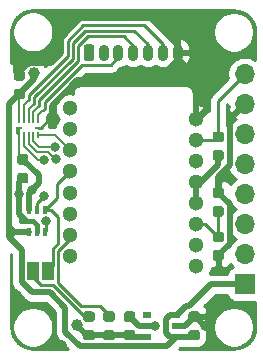
<source format=gtl>
G04 #@! TF.GenerationSoftware,KiCad,Pcbnew,(5.1.5)-3*
G04 #@! TF.CreationDate,2021-07-20T23:34:01+09:00*
G04 #@! TF.ProjectId,pmw3360,706d7733-3336-4302-9e6b-696361645f70,rev?*
G04 #@! TF.SameCoordinates,PX5b136e0PY4bcb138*
G04 #@! TF.FileFunction,Copper,L1,Top*
G04 #@! TF.FilePolarity,Positive*
%FSLAX46Y46*%
G04 Gerber Fmt 4.6, Leading zero omitted, Abs format (unit mm)*
G04 Created by KiCad (PCBNEW (5.1.5)-3) date 2021-07-20 23:34:01*
%MOMM*%
%LPD*%
G04 APERTURE LIST*
%ADD10R,0.800000X0.550000*%
%ADD11C,0.100000*%
%ADD12O,0.900000X1.400000*%
%ADD13R,0.400000X0.650000*%
%ADD14C,1.300000*%
%ADD15R,0.250000X0.150000*%
%ADD16R,0.600000X0.200000*%
%ADD17R,0.200000X0.600000*%
%ADD18R,1.000000X1.500000*%
%ADD19O,1.700000X1.700000*%
%ADD20R,1.700000X1.700000*%
%ADD21C,0.800000*%
%ADD22C,1.000000*%
%ADD23C,0.250000*%
%ADD24C,0.500000*%
%ADD25C,0.400000*%
%ADD26C,0.200000*%
%ADD27C,0.254000*%
G04 APERTURE END LIST*
D10*
X12200000Y-28350000D03*
X12200000Y-26450000D03*
X14600000Y-26450000D03*
X14600000Y-27400000D03*
X14600000Y-28350000D03*
G04 #@! TA.AperFunction,SMDPad,CuDef*
D11*
G36*
X16427692Y-26163553D02*
G01*
X16448927Y-26166703D01*
X16469751Y-26171919D01*
X16489963Y-26179151D01*
X16509369Y-26188330D01*
X16527782Y-26199366D01*
X16545025Y-26212154D01*
X16560931Y-26226570D01*
X16575347Y-26242476D01*
X16588135Y-26259719D01*
X16599171Y-26278132D01*
X16608350Y-26297538D01*
X16615582Y-26317750D01*
X16620798Y-26338574D01*
X16623948Y-26359809D01*
X16625001Y-26381250D01*
X16625001Y-26818750D01*
X16623948Y-26840191D01*
X16620798Y-26861426D01*
X16615582Y-26882250D01*
X16608350Y-26902462D01*
X16599171Y-26921868D01*
X16588135Y-26940281D01*
X16575347Y-26957524D01*
X16560931Y-26973430D01*
X16545025Y-26987846D01*
X16527782Y-27000634D01*
X16509369Y-27011670D01*
X16489963Y-27020849D01*
X16469751Y-27028081D01*
X16448927Y-27033297D01*
X16427692Y-27036447D01*
X16406251Y-27037500D01*
X15893751Y-27037500D01*
X15872310Y-27036447D01*
X15851075Y-27033297D01*
X15830251Y-27028081D01*
X15810039Y-27020849D01*
X15790633Y-27011670D01*
X15772220Y-27000634D01*
X15754977Y-26987846D01*
X15739071Y-26973430D01*
X15724655Y-26957524D01*
X15711867Y-26940281D01*
X15700831Y-26921868D01*
X15691652Y-26902462D01*
X15684420Y-26882250D01*
X15679204Y-26861426D01*
X15676054Y-26840191D01*
X15675001Y-26818750D01*
X15675001Y-26381250D01*
X15676054Y-26359809D01*
X15679204Y-26338574D01*
X15684420Y-26317750D01*
X15691652Y-26297538D01*
X15700831Y-26278132D01*
X15711867Y-26259719D01*
X15724655Y-26242476D01*
X15739071Y-26226570D01*
X15754977Y-26212154D01*
X15772220Y-26199366D01*
X15790633Y-26188330D01*
X15810039Y-26179151D01*
X15830251Y-26171919D01*
X15851075Y-26166703D01*
X15872310Y-26163553D01*
X15893751Y-26162500D01*
X16406251Y-26162500D01*
X16427692Y-26163553D01*
G37*
G04 #@! TD.AperFunction*
G04 #@! TA.AperFunction,SMDPad,CuDef*
G36*
X16427692Y-27738553D02*
G01*
X16448927Y-27741703D01*
X16469751Y-27746919D01*
X16489963Y-27754151D01*
X16509369Y-27763330D01*
X16527782Y-27774366D01*
X16545025Y-27787154D01*
X16560931Y-27801570D01*
X16575347Y-27817476D01*
X16588135Y-27834719D01*
X16599171Y-27853132D01*
X16608350Y-27872538D01*
X16615582Y-27892750D01*
X16620798Y-27913574D01*
X16623948Y-27934809D01*
X16625001Y-27956250D01*
X16625001Y-28393750D01*
X16623948Y-28415191D01*
X16620798Y-28436426D01*
X16615582Y-28457250D01*
X16608350Y-28477462D01*
X16599171Y-28496868D01*
X16588135Y-28515281D01*
X16575347Y-28532524D01*
X16560931Y-28548430D01*
X16545025Y-28562846D01*
X16527782Y-28575634D01*
X16509369Y-28586670D01*
X16489963Y-28595849D01*
X16469751Y-28603081D01*
X16448927Y-28608297D01*
X16427692Y-28611447D01*
X16406251Y-28612500D01*
X15893751Y-28612500D01*
X15872310Y-28611447D01*
X15851075Y-28608297D01*
X15830251Y-28603081D01*
X15810039Y-28595849D01*
X15790633Y-28586670D01*
X15772220Y-28575634D01*
X15754977Y-28562846D01*
X15739071Y-28548430D01*
X15724655Y-28532524D01*
X15711867Y-28515281D01*
X15700831Y-28496868D01*
X15691652Y-28477462D01*
X15684420Y-28457250D01*
X15679204Y-28436426D01*
X15676054Y-28415191D01*
X15675001Y-28393750D01*
X15675001Y-27956250D01*
X15676054Y-27934809D01*
X15679204Y-27913574D01*
X15684420Y-27892750D01*
X15691652Y-27872538D01*
X15700831Y-27853132D01*
X15711867Y-27834719D01*
X15724655Y-27817476D01*
X15739071Y-27801570D01*
X15754977Y-27787154D01*
X15772220Y-27774366D01*
X15790633Y-27763330D01*
X15810039Y-27754151D01*
X15830251Y-27746919D01*
X15851075Y-27741703D01*
X15872310Y-27738553D01*
X15893751Y-27737500D01*
X16406251Y-27737500D01*
X16427692Y-27738553D01*
G37*
G04 #@! TD.AperFunction*
G04 #@! TA.AperFunction,SMDPad,CuDef*
G36*
X18477691Y-10938553D02*
G01*
X18498926Y-10941703D01*
X18519750Y-10946919D01*
X18539962Y-10954151D01*
X18559368Y-10963330D01*
X18577781Y-10974366D01*
X18595024Y-10987154D01*
X18610930Y-11001570D01*
X18625346Y-11017476D01*
X18638134Y-11034719D01*
X18649170Y-11053132D01*
X18658349Y-11072538D01*
X18665581Y-11092750D01*
X18670797Y-11113574D01*
X18673947Y-11134809D01*
X18675000Y-11156250D01*
X18675000Y-11593750D01*
X18673947Y-11615191D01*
X18670797Y-11636426D01*
X18665581Y-11657250D01*
X18658349Y-11677462D01*
X18649170Y-11696868D01*
X18638134Y-11715281D01*
X18625346Y-11732524D01*
X18610930Y-11748430D01*
X18595024Y-11762846D01*
X18577781Y-11775634D01*
X18559368Y-11786670D01*
X18539962Y-11795849D01*
X18519750Y-11803081D01*
X18498926Y-11808297D01*
X18477691Y-11811447D01*
X18456250Y-11812500D01*
X17943750Y-11812500D01*
X17922309Y-11811447D01*
X17901074Y-11808297D01*
X17880250Y-11803081D01*
X17860038Y-11795849D01*
X17840632Y-11786670D01*
X17822219Y-11775634D01*
X17804976Y-11762846D01*
X17789070Y-11748430D01*
X17774654Y-11732524D01*
X17761866Y-11715281D01*
X17750830Y-11696868D01*
X17741651Y-11677462D01*
X17734419Y-11657250D01*
X17729203Y-11636426D01*
X17726053Y-11615191D01*
X17725000Y-11593750D01*
X17725000Y-11156250D01*
X17726053Y-11134809D01*
X17729203Y-11113574D01*
X17734419Y-11092750D01*
X17741651Y-11072538D01*
X17750830Y-11053132D01*
X17761866Y-11034719D01*
X17774654Y-11017476D01*
X17789070Y-11001570D01*
X17804976Y-10987154D01*
X17822219Y-10974366D01*
X17840632Y-10963330D01*
X17860038Y-10954151D01*
X17880250Y-10946919D01*
X17901074Y-10941703D01*
X17922309Y-10938553D01*
X17943750Y-10937500D01*
X18456250Y-10937500D01*
X18477691Y-10938553D01*
G37*
G04 #@! TD.AperFunction*
G04 #@! TA.AperFunction,SMDPad,CuDef*
G36*
X18477691Y-12513553D02*
G01*
X18498926Y-12516703D01*
X18519750Y-12521919D01*
X18539962Y-12529151D01*
X18559368Y-12538330D01*
X18577781Y-12549366D01*
X18595024Y-12562154D01*
X18610930Y-12576570D01*
X18625346Y-12592476D01*
X18638134Y-12609719D01*
X18649170Y-12628132D01*
X18658349Y-12647538D01*
X18665581Y-12667750D01*
X18670797Y-12688574D01*
X18673947Y-12709809D01*
X18675000Y-12731250D01*
X18675000Y-13168750D01*
X18673947Y-13190191D01*
X18670797Y-13211426D01*
X18665581Y-13232250D01*
X18658349Y-13252462D01*
X18649170Y-13271868D01*
X18638134Y-13290281D01*
X18625346Y-13307524D01*
X18610930Y-13323430D01*
X18595024Y-13337846D01*
X18577781Y-13350634D01*
X18559368Y-13361670D01*
X18539962Y-13370849D01*
X18519750Y-13378081D01*
X18498926Y-13383297D01*
X18477691Y-13386447D01*
X18456250Y-13387500D01*
X17943750Y-13387500D01*
X17922309Y-13386447D01*
X17901074Y-13383297D01*
X17880250Y-13378081D01*
X17860038Y-13370849D01*
X17840632Y-13361670D01*
X17822219Y-13350634D01*
X17804976Y-13337846D01*
X17789070Y-13323430D01*
X17774654Y-13307524D01*
X17761866Y-13290281D01*
X17750830Y-13271868D01*
X17741651Y-13252462D01*
X17734419Y-13232250D01*
X17729203Y-13211426D01*
X17726053Y-13190191D01*
X17725000Y-13168750D01*
X17725000Y-12731250D01*
X17726053Y-12709809D01*
X17729203Y-12688574D01*
X17734419Y-12667750D01*
X17741651Y-12647538D01*
X17750830Y-12628132D01*
X17761866Y-12609719D01*
X17774654Y-12592476D01*
X17789070Y-12576570D01*
X17804976Y-12562154D01*
X17822219Y-12549366D01*
X17840632Y-12538330D01*
X17860038Y-12529151D01*
X17880250Y-12521919D01*
X17901074Y-12516703D01*
X17922309Y-12513553D01*
X17943750Y-12512500D01*
X18456250Y-12512500D01*
X18477691Y-12513553D01*
G37*
G04 #@! TD.AperFunction*
G04 #@! TA.AperFunction,SMDPad,CuDef*
G36*
X9227691Y-27738553D02*
G01*
X9248926Y-27741703D01*
X9269750Y-27746919D01*
X9289962Y-27754151D01*
X9309368Y-27763330D01*
X9327781Y-27774366D01*
X9345024Y-27787154D01*
X9360930Y-27801570D01*
X9375346Y-27817476D01*
X9388134Y-27834719D01*
X9399170Y-27853132D01*
X9408349Y-27872538D01*
X9415581Y-27892750D01*
X9420797Y-27913574D01*
X9423947Y-27934809D01*
X9425000Y-27956250D01*
X9425000Y-28393750D01*
X9423947Y-28415191D01*
X9420797Y-28436426D01*
X9415581Y-28457250D01*
X9408349Y-28477462D01*
X9399170Y-28496868D01*
X9388134Y-28515281D01*
X9375346Y-28532524D01*
X9360930Y-28548430D01*
X9345024Y-28562846D01*
X9327781Y-28575634D01*
X9309368Y-28586670D01*
X9289962Y-28595849D01*
X9269750Y-28603081D01*
X9248926Y-28608297D01*
X9227691Y-28611447D01*
X9206250Y-28612500D01*
X8693750Y-28612500D01*
X8672309Y-28611447D01*
X8651074Y-28608297D01*
X8630250Y-28603081D01*
X8610038Y-28595849D01*
X8590632Y-28586670D01*
X8572219Y-28575634D01*
X8554976Y-28562846D01*
X8539070Y-28548430D01*
X8524654Y-28532524D01*
X8511866Y-28515281D01*
X8500830Y-28496868D01*
X8491651Y-28477462D01*
X8484419Y-28457250D01*
X8479203Y-28436426D01*
X8476053Y-28415191D01*
X8475000Y-28393750D01*
X8475000Y-27956250D01*
X8476053Y-27934809D01*
X8479203Y-27913574D01*
X8484419Y-27892750D01*
X8491651Y-27872538D01*
X8500830Y-27853132D01*
X8511866Y-27834719D01*
X8524654Y-27817476D01*
X8539070Y-27801570D01*
X8554976Y-27787154D01*
X8572219Y-27774366D01*
X8590632Y-27763330D01*
X8610038Y-27754151D01*
X8630250Y-27746919D01*
X8651074Y-27741703D01*
X8672309Y-27738553D01*
X8693750Y-27737500D01*
X9206250Y-27737500D01*
X9227691Y-27738553D01*
G37*
G04 #@! TD.AperFunction*
G04 #@! TA.AperFunction,SMDPad,CuDef*
G36*
X9227691Y-26163553D02*
G01*
X9248926Y-26166703D01*
X9269750Y-26171919D01*
X9289962Y-26179151D01*
X9309368Y-26188330D01*
X9327781Y-26199366D01*
X9345024Y-26212154D01*
X9360930Y-26226570D01*
X9375346Y-26242476D01*
X9388134Y-26259719D01*
X9399170Y-26278132D01*
X9408349Y-26297538D01*
X9415581Y-26317750D01*
X9420797Y-26338574D01*
X9423947Y-26359809D01*
X9425000Y-26381250D01*
X9425000Y-26818750D01*
X9423947Y-26840191D01*
X9420797Y-26861426D01*
X9415581Y-26882250D01*
X9408349Y-26902462D01*
X9399170Y-26921868D01*
X9388134Y-26940281D01*
X9375346Y-26957524D01*
X9360930Y-26973430D01*
X9345024Y-26987846D01*
X9327781Y-27000634D01*
X9309368Y-27011670D01*
X9289962Y-27020849D01*
X9269750Y-27028081D01*
X9248926Y-27033297D01*
X9227691Y-27036447D01*
X9206250Y-27037500D01*
X8693750Y-27037500D01*
X8672309Y-27036447D01*
X8651074Y-27033297D01*
X8630250Y-27028081D01*
X8610038Y-27020849D01*
X8590632Y-27011670D01*
X8572219Y-27000634D01*
X8554976Y-26987846D01*
X8539070Y-26973430D01*
X8524654Y-26957524D01*
X8511866Y-26940281D01*
X8500830Y-26921868D01*
X8491651Y-26902462D01*
X8484419Y-26882250D01*
X8479203Y-26861426D01*
X8476053Y-26840191D01*
X8475000Y-26818750D01*
X8475000Y-26381250D01*
X8476053Y-26359809D01*
X8479203Y-26338574D01*
X8484419Y-26317750D01*
X8491651Y-26297538D01*
X8500830Y-26278132D01*
X8511866Y-26259719D01*
X8524654Y-26242476D01*
X8539070Y-26226570D01*
X8554976Y-26212154D01*
X8572219Y-26199366D01*
X8590632Y-26188330D01*
X8610038Y-26179151D01*
X8630250Y-26171919D01*
X8651074Y-26166703D01*
X8672309Y-26163553D01*
X8693750Y-26162500D01*
X9206250Y-26162500D01*
X9227691Y-26163553D01*
G37*
G04 #@! TD.AperFunction*
D12*
X14750000Y-4250000D03*
X13500000Y-4250000D03*
X12250000Y-4250000D03*
X11000000Y-4250000D03*
X9750000Y-4250000D03*
X8500000Y-4250000D03*
G04 #@! TA.AperFunction,ComponentPad*
D11*
G36*
X7497054Y-3551083D02*
G01*
X7518895Y-3554323D01*
X7540314Y-3559688D01*
X7561104Y-3567127D01*
X7581064Y-3576568D01*
X7600003Y-3587919D01*
X7617738Y-3601073D01*
X7634099Y-3615901D01*
X7648927Y-3632262D01*
X7662081Y-3649997D01*
X7673432Y-3668936D01*
X7682873Y-3688896D01*
X7690312Y-3709686D01*
X7695677Y-3731105D01*
X7698917Y-3752946D01*
X7700000Y-3775000D01*
X7700000Y-4725000D01*
X7698917Y-4747054D01*
X7695677Y-4768895D01*
X7690312Y-4790314D01*
X7682873Y-4811104D01*
X7673432Y-4831064D01*
X7662081Y-4850003D01*
X7648927Y-4867738D01*
X7634099Y-4884099D01*
X7617738Y-4898927D01*
X7600003Y-4912081D01*
X7581064Y-4923432D01*
X7561104Y-4932873D01*
X7540314Y-4940312D01*
X7518895Y-4945677D01*
X7497054Y-4948917D01*
X7475000Y-4950000D01*
X7025000Y-4950000D01*
X7002946Y-4948917D01*
X6981105Y-4945677D01*
X6959686Y-4940312D01*
X6938896Y-4932873D01*
X6918936Y-4923432D01*
X6899997Y-4912081D01*
X6882262Y-4898927D01*
X6865901Y-4884099D01*
X6851073Y-4867738D01*
X6837919Y-4850003D01*
X6826568Y-4831064D01*
X6817127Y-4811104D01*
X6809688Y-4790314D01*
X6804323Y-4768895D01*
X6801083Y-4747054D01*
X6800000Y-4725000D01*
X6800000Y-3775000D01*
X6801083Y-3752946D01*
X6804323Y-3731105D01*
X6809688Y-3709686D01*
X6817127Y-3688896D01*
X6826568Y-3668936D01*
X6837919Y-3649997D01*
X6851073Y-3632262D01*
X6865901Y-3615901D01*
X6882262Y-3601073D01*
X6899997Y-3587919D01*
X6918936Y-3576568D01*
X6938896Y-3567127D01*
X6959686Y-3559688D01*
X6981105Y-3554323D01*
X7002946Y-3551083D01*
X7025000Y-3550000D01*
X7475000Y-3550000D01*
X7497054Y-3551083D01*
G37*
G04 #@! TD.AperFunction*
G04 #@! TA.AperFunction,SMDPad,CuDef*
G36*
X1627691Y-5738553D02*
G01*
X1648926Y-5741703D01*
X1669750Y-5746919D01*
X1689962Y-5754151D01*
X1709368Y-5763330D01*
X1727781Y-5774366D01*
X1745024Y-5787154D01*
X1760930Y-5801570D01*
X1775346Y-5817476D01*
X1788134Y-5834719D01*
X1799170Y-5853132D01*
X1808349Y-5872538D01*
X1815581Y-5892750D01*
X1820797Y-5913574D01*
X1823947Y-5934809D01*
X1825000Y-5956250D01*
X1825000Y-6393750D01*
X1823947Y-6415191D01*
X1820797Y-6436426D01*
X1815581Y-6457250D01*
X1808349Y-6477462D01*
X1799170Y-6496868D01*
X1788134Y-6515281D01*
X1775346Y-6532524D01*
X1760930Y-6548430D01*
X1745024Y-6562846D01*
X1727781Y-6575634D01*
X1709368Y-6586670D01*
X1689962Y-6595849D01*
X1669750Y-6603081D01*
X1648926Y-6608297D01*
X1627691Y-6611447D01*
X1606250Y-6612500D01*
X1093750Y-6612500D01*
X1072309Y-6611447D01*
X1051074Y-6608297D01*
X1030250Y-6603081D01*
X1010038Y-6595849D01*
X990632Y-6586670D01*
X972219Y-6575634D01*
X954976Y-6562846D01*
X939070Y-6548430D01*
X924654Y-6532524D01*
X911866Y-6515281D01*
X900830Y-6496868D01*
X891651Y-6477462D01*
X884419Y-6457250D01*
X879203Y-6436426D01*
X876053Y-6415191D01*
X875000Y-6393750D01*
X875000Y-5956250D01*
X876053Y-5934809D01*
X879203Y-5913574D01*
X884419Y-5892750D01*
X891651Y-5872538D01*
X900830Y-5853132D01*
X911866Y-5834719D01*
X924654Y-5817476D01*
X939070Y-5801570D01*
X954976Y-5787154D01*
X972219Y-5774366D01*
X990632Y-5763330D01*
X1010038Y-5754151D01*
X1030250Y-5746919D01*
X1051074Y-5741703D01*
X1072309Y-5738553D01*
X1093750Y-5737500D01*
X1606250Y-5737500D01*
X1627691Y-5738553D01*
G37*
G04 #@! TD.AperFunction*
G04 #@! TA.AperFunction,SMDPad,CuDef*
G36*
X1627691Y-7313553D02*
G01*
X1648926Y-7316703D01*
X1669750Y-7321919D01*
X1689962Y-7329151D01*
X1709368Y-7338330D01*
X1727781Y-7349366D01*
X1745024Y-7362154D01*
X1760930Y-7376570D01*
X1775346Y-7392476D01*
X1788134Y-7409719D01*
X1799170Y-7428132D01*
X1808349Y-7447538D01*
X1815581Y-7467750D01*
X1820797Y-7488574D01*
X1823947Y-7509809D01*
X1825000Y-7531250D01*
X1825000Y-7968750D01*
X1823947Y-7990191D01*
X1820797Y-8011426D01*
X1815581Y-8032250D01*
X1808349Y-8052462D01*
X1799170Y-8071868D01*
X1788134Y-8090281D01*
X1775346Y-8107524D01*
X1760930Y-8123430D01*
X1745024Y-8137846D01*
X1727781Y-8150634D01*
X1709368Y-8161670D01*
X1689962Y-8170849D01*
X1669750Y-8178081D01*
X1648926Y-8183297D01*
X1627691Y-8186447D01*
X1606250Y-8187500D01*
X1093750Y-8187500D01*
X1072309Y-8186447D01*
X1051074Y-8183297D01*
X1030250Y-8178081D01*
X1010038Y-8170849D01*
X990632Y-8161670D01*
X972219Y-8150634D01*
X954976Y-8137846D01*
X939070Y-8123430D01*
X924654Y-8107524D01*
X911866Y-8090281D01*
X900830Y-8071868D01*
X891651Y-8052462D01*
X884419Y-8032250D01*
X879203Y-8011426D01*
X876053Y-7990191D01*
X875000Y-7968750D01*
X875000Y-7531250D01*
X876053Y-7509809D01*
X879203Y-7488574D01*
X884419Y-7467750D01*
X891651Y-7447538D01*
X900830Y-7428132D01*
X911866Y-7409719D01*
X924654Y-7392476D01*
X939070Y-7376570D01*
X954976Y-7362154D01*
X972219Y-7349366D01*
X990632Y-7338330D01*
X1010038Y-7329151D01*
X1030250Y-7321919D01*
X1051074Y-7316703D01*
X1072309Y-7313553D01*
X1093750Y-7312500D01*
X1606250Y-7312500D01*
X1627691Y-7313553D01*
G37*
G04 #@! TD.AperFunction*
G04 #@! TA.AperFunction,SMDPad,CuDef*
G36*
X1927691Y-12863553D02*
G01*
X1948926Y-12866703D01*
X1969750Y-12871919D01*
X1989962Y-12879151D01*
X2009368Y-12888330D01*
X2027781Y-12899366D01*
X2045024Y-12912154D01*
X2060930Y-12926570D01*
X2075346Y-12942476D01*
X2088134Y-12959719D01*
X2099170Y-12978132D01*
X2108349Y-12997538D01*
X2115581Y-13017750D01*
X2120797Y-13038574D01*
X2123947Y-13059809D01*
X2125000Y-13081250D01*
X2125000Y-13518750D01*
X2123947Y-13540191D01*
X2120797Y-13561426D01*
X2115581Y-13582250D01*
X2108349Y-13602462D01*
X2099170Y-13621868D01*
X2088134Y-13640281D01*
X2075346Y-13657524D01*
X2060930Y-13673430D01*
X2045024Y-13687846D01*
X2027781Y-13700634D01*
X2009368Y-13711670D01*
X1989962Y-13720849D01*
X1969750Y-13728081D01*
X1948926Y-13733297D01*
X1927691Y-13736447D01*
X1906250Y-13737500D01*
X1393750Y-13737500D01*
X1372309Y-13736447D01*
X1351074Y-13733297D01*
X1330250Y-13728081D01*
X1310038Y-13720849D01*
X1290632Y-13711670D01*
X1272219Y-13700634D01*
X1254976Y-13687846D01*
X1239070Y-13673430D01*
X1224654Y-13657524D01*
X1211866Y-13640281D01*
X1200830Y-13621868D01*
X1191651Y-13602462D01*
X1184419Y-13582250D01*
X1179203Y-13561426D01*
X1176053Y-13540191D01*
X1175000Y-13518750D01*
X1175000Y-13081250D01*
X1176053Y-13059809D01*
X1179203Y-13038574D01*
X1184419Y-13017750D01*
X1191651Y-12997538D01*
X1200830Y-12978132D01*
X1211866Y-12959719D01*
X1224654Y-12942476D01*
X1239070Y-12926570D01*
X1254976Y-12912154D01*
X1272219Y-12899366D01*
X1290632Y-12888330D01*
X1310038Y-12879151D01*
X1330250Y-12871919D01*
X1351074Y-12866703D01*
X1372309Y-12863553D01*
X1393750Y-12862500D01*
X1906250Y-12862500D01*
X1927691Y-12863553D01*
G37*
G04 #@! TD.AperFunction*
G04 #@! TA.AperFunction,SMDPad,CuDef*
G36*
X1927691Y-14438553D02*
G01*
X1948926Y-14441703D01*
X1969750Y-14446919D01*
X1989962Y-14454151D01*
X2009368Y-14463330D01*
X2027781Y-14474366D01*
X2045024Y-14487154D01*
X2060930Y-14501570D01*
X2075346Y-14517476D01*
X2088134Y-14534719D01*
X2099170Y-14553132D01*
X2108349Y-14572538D01*
X2115581Y-14592750D01*
X2120797Y-14613574D01*
X2123947Y-14634809D01*
X2125000Y-14656250D01*
X2125000Y-15093750D01*
X2123947Y-15115191D01*
X2120797Y-15136426D01*
X2115581Y-15157250D01*
X2108349Y-15177462D01*
X2099170Y-15196868D01*
X2088134Y-15215281D01*
X2075346Y-15232524D01*
X2060930Y-15248430D01*
X2045024Y-15262846D01*
X2027781Y-15275634D01*
X2009368Y-15286670D01*
X1989962Y-15295849D01*
X1969750Y-15303081D01*
X1948926Y-15308297D01*
X1927691Y-15311447D01*
X1906250Y-15312500D01*
X1393750Y-15312500D01*
X1372309Y-15311447D01*
X1351074Y-15308297D01*
X1330250Y-15303081D01*
X1310038Y-15295849D01*
X1290632Y-15286670D01*
X1272219Y-15275634D01*
X1254976Y-15262846D01*
X1239070Y-15248430D01*
X1224654Y-15232524D01*
X1211866Y-15215281D01*
X1200830Y-15196868D01*
X1191651Y-15177462D01*
X1184419Y-15157250D01*
X1179203Y-15136426D01*
X1176053Y-15115191D01*
X1175000Y-15093750D01*
X1175000Y-14656250D01*
X1176053Y-14634809D01*
X1179203Y-14613574D01*
X1184419Y-14592750D01*
X1191651Y-14572538D01*
X1200830Y-14553132D01*
X1211866Y-14534719D01*
X1224654Y-14517476D01*
X1239070Y-14501570D01*
X1254976Y-14487154D01*
X1272219Y-14474366D01*
X1290632Y-14463330D01*
X1310038Y-14454151D01*
X1330250Y-14446919D01*
X1351074Y-14441703D01*
X1372309Y-14438553D01*
X1393750Y-14437500D01*
X1906250Y-14437500D01*
X1927691Y-14438553D01*
G37*
G04 #@! TD.AperFunction*
G04 #@! TA.AperFunction,SMDPad,CuDef*
G36*
X7527691Y-26163553D02*
G01*
X7548926Y-26166703D01*
X7569750Y-26171919D01*
X7589962Y-26179151D01*
X7609368Y-26188330D01*
X7627781Y-26199366D01*
X7645024Y-26212154D01*
X7660930Y-26226570D01*
X7675346Y-26242476D01*
X7688134Y-26259719D01*
X7699170Y-26278132D01*
X7708349Y-26297538D01*
X7715581Y-26317750D01*
X7720797Y-26338574D01*
X7723947Y-26359809D01*
X7725000Y-26381250D01*
X7725000Y-26818750D01*
X7723947Y-26840191D01*
X7720797Y-26861426D01*
X7715581Y-26882250D01*
X7708349Y-26902462D01*
X7699170Y-26921868D01*
X7688134Y-26940281D01*
X7675346Y-26957524D01*
X7660930Y-26973430D01*
X7645024Y-26987846D01*
X7627781Y-27000634D01*
X7609368Y-27011670D01*
X7589962Y-27020849D01*
X7569750Y-27028081D01*
X7548926Y-27033297D01*
X7527691Y-27036447D01*
X7506250Y-27037500D01*
X6993750Y-27037500D01*
X6972309Y-27036447D01*
X6951074Y-27033297D01*
X6930250Y-27028081D01*
X6910038Y-27020849D01*
X6890632Y-27011670D01*
X6872219Y-27000634D01*
X6854976Y-26987846D01*
X6839070Y-26973430D01*
X6824654Y-26957524D01*
X6811866Y-26940281D01*
X6800830Y-26921868D01*
X6791651Y-26902462D01*
X6784419Y-26882250D01*
X6779203Y-26861426D01*
X6776053Y-26840191D01*
X6775000Y-26818750D01*
X6775000Y-26381250D01*
X6776053Y-26359809D01*
X6779203Y-26338574D01*
X6784419Y-26317750D01*
X6791651Y-26297538D01*
X6800830Y-26278132D01*
X6811866Y-26259719D01*
X6824654Y-26242476D01*
X6839070Y-26226570D01*
X6854976Y-26212154D01*
X6872219Y-26199366D01*
X6890632Y-26188330D01*
X6910038Y-26179151D01*
X6930250Y-26171919D01*
X6951074Y-26166703D01*
X6972309Y-26163553D01*
X6993750Y-26162500D01*
X7506250Y-26162500D01*
X7527691Y-26163553D01*
G37*
G04 #@! TD.AperFunction*
G04 #@! TA.AperFunction,SMDPad,CuDef*
G36*
X7527691Y-27738553D02*
G01*
X7548926Y-27741703D01*
X7569750Y-27746919D01*
X7589962Y-27754151D01*
X7609368Y-27763330D01*
X7627781Y-27774366D01*
X7645024Y-27787154D01*
X7660930Y-27801570D01*
X7675346Y-27817476D01*
X7688134Y-27834719D01*
X7699170Y-27853132D01*
X7708349Y-27872538D01*
X7715581Y-27892750D01*
X7720797Y-27913574D01*
X7723947Y-27934809D01*
X7725000Y-27956250D01*
X7725000Y-28393750D01*
X7723947Y-28415191D01*
X7720797Y-28436426D01*
X7715581Y-28457250D01*
X7708349Y-28477462D01*
X7699170Y-28496868D01*
X7688134Y-28515281D01*
X7675346Y-28532524D01*
X7660930Y-28548430D01*
X7645024Y-28562846D01*
X7627781Y-28575634D01*
X7609368Y-28586670D01*
X7589962Y-28595849D01*
X7569750Y-28603081D01*
X7548926Y-28608297D01*
X7527691Y-28611447D01*
X7506250Y-28612500D01*
X6993750Y-28612500D01*
X6972309Y-28611447D01*
X6951074Y-28608297D01*
X6930250Y-28603081D01*
X6910038Y-28595849D01*
X6890632Y-28586670D01*
X6872219Y-28575634D01*
X6854976Y-28562846D01*
X6839070Y-28548430D01*
X6824654Y-28532524D01*
X6811866Y-28515281D01*
X6800830Y-28496868D01*
X6791651Y-28477462D01*
X6784419Y-28457250D01*
X6779203Y-28436426D01*
X6776053Y-28415191D01*
X6775000Y-28393750D01*
X6775000Y-27956250D01*
X6776053Y-27934809D01*
X6779203Y-27913574D01*
X6784419Y-27892750D01*
X6791651Y-27872538D01*
X6800830Y-27853132D01*
X6811866Y-27834719D01*
X6824654Y-27817476D01*
X6839070Y-27801570D01*
X6854976Y-27787154D01*
X6872219Y-27774366D01*
X6890632Y-27763330D01*
X6910038Y-27754151D01*
X6930250Y-27746919D01*
X6951074Y-27741703D01*
X6972309Y-27738553D01*
X6993750Y-27737500D01*
X7506250Y-27737500D01*
X7527691Y-27738553D01*
G37*
G04 #@! TD.AperFunction*
G04 #@! TA.AperFunction,SMDPad,CuDef*
G36*
X10977691Y-26163553D02*
G01*
X10998926Y-26166703D01*
X11019750Y-26171919D01*
X11039962Y-26179151D01*
X11059368Y-26188330D01*
X11077781Y-26199366D01*
X11095024Y-26212154D01*
X11110930Y-26226570D01*
X11125346Y-26242476D01*
X11138134Y-26259719D01*
X11149170Y-26278132D01*
X11158349Y-26297538D01*
X11165581Y-26317750D01*
X11170797Y-26338574D01*
X11173947Y-26359809D01*
X11175000Y-26381250D01*
X11175000Y-26818750D01*
X11173947Y-26840191D01*
X11170797Y-26861426D01*
X11165581Y-26882250D01*
X11158349Y-26902462D01*
X11149170Y-26921868D01*
X11138134Y-26940281D01*
X11125346Y-26957524D01*
X11110930Y-26973430D01*
X11095024Y-26987846D01*
X11077781Y-27000634D01*
X11059368Y-27011670D01*
X11039962Y-27020849D01*
X11019750Y-27028081D01*
X10998926Y-27033297D01*
X10977691Y-27036447D01*
X10956250Y-27037500D01*
X10443750Y-27037500D01*
X10422309Y-27036447D01*
X10401074Y-27033297D01*
X10380250Y-27028081D01*
X10360038Y-27020849D01*
X10340632Y-27011670D01*
X10322219Y-27000634D01*
X10304976Y-26987846D01*
X10289070Y-26973430D01*
X10274654Y-26957524D01*
X10261866Y-26940281D01*
X10250830Y-26921868D01*
X10241651Y-26902462D01*
X10234419Y-26882250D01*
X10229203Y-26861426D01*
X10226053Y-26840191D01*
X10225000Y-26818750D01*
X10225000Y-26381250D01*
X10226053Y-26359809D01*
X10229203Y-26338574D01*
X10234419Y-26317750D01*
X10241651Y-26297538D01*
X10250830Y-26278132D01*
X10261866Y-26259719D01*
X10274654Y-26242476D01*
X10289070Y-26226570D01*
X10304976Y-26212154D01*
X10322219Y-26199366D01*
X10340632Y-26188330D01*
X10360038Y-26179151D01*
X10380250Y-26171919D01*
X10401074Y-26166703D01*
X10422309Y-26163553D01*
X10443750Y-26162500D01*
X10956250Y-26162500D01*
X10977691Y-26163553D01*
G37*
G04 #@! TD.AperFunction*
G04 #@! TA.AperFunction,SMDPad,CuDef*
G36*
X10977691Y-27738553D02*
G01*
X10998926Y-27741703D01*
X11019750Y-27746919D01*
X11039962Y-27754151D01*
X11059368Y-27763330D01*
X11077781Y-27774366D01*
X11095024Y-27787154D01*
X11110930Y-27801570D01*
X11125346Y-27817476D01*
X11138134Y-27834719D01*
X11149170Y-27853132D01*
X11158349Y-27872538D01*
X11165581Y-27892750D01*
X11170797Y-27913574D01*
X11173947Y-27934809D01*
X11175000Y-27956250D01*
X11175000Y-28393750D01*
X11173947Y-28415191D01*
X11170797Y-28436426D01*
X11165581Y-28457250D01*
X11158349Y-28477462D01*
X11149170Y-28496868D01*
X11138134Y-28515281D01*
X11125346Y-28532524D01*
X11110930Y-28548430D01*
X11095024Y-28562846D01*
X11077781Y-28575634D01*
X11059368Y-28586670D01*
X11039962Y-28595849D01*
X11019750Y-28603081D01*
X10998926Y-28608297D01*
X10977691Y-28611447D01*
X10956250Y-28612500D01*
X10443750Y-28612500D01*
X10422309Y-28611447D01*
X10401074Y-28608297D01*
X10380250Y-28603081D01*
X10360038Y-28595849D01*
X10340632Y-28586670D01*
X10322219Y-28575634D01*
X10304976Y-28562846D01*
X10289070Y-28548430D01*
X10274654Y-28532524D01*
X10261866Y-28515281D01*
X10250830Y-28496868D01*
X10241651Y-28477462D01*
X10234419Y-28457250D01*
X10229203Y-28436426D01*
X10226053Y-28415191D01*
X10225000Y-28393750D01*
X10225000Y-27956250D01*
X10226053Y-27934809D01*
X10229203Y-27913574D01*
X10234419Y-27892750D01*
X10241651Y-27872538D01*
X10250830Y-27853132D01*
X10261866Y-27834719D01*
X10274654Y-27817476D01*
X10289070Y-27801570D01*
X10304976Y-27787154D01*
X10322219Y-27774366D01*
X10340632Y-27763330D01*
X10360038Y-27754151D01*
X10380250Y-27746919D01*
X10401074Y-27741703D01*
X10422309Y-27738553D01*
X10443750Y-27737500D01*
X10956250Y-27737500D01*
X10977691Y-27738553D01*
G37*
G04 #@! TD.AperFunction*
G04 #@! TA.AperFunction,SMDPad,CuDef*
G36*
X18477691Y-15688553D02*
G01*
X18498926Y-15691703D01*
X18519750Y-15696919D01*
X18539962Y-15704151D01*
X18559368Y-15713330D01*
X18577781Y-15724366D01*
X18595024Y-15737154D01*
X18610930Y-15751570D01*
X18625346Y-15767476D01*
X18638134Y-15784719D01*
X18649170Y-15803132D01*
X18658349Y-15822538D01*
X18665581Y-15842750D01*
X18670797Y-15863574D01*
X18673947Y-15884809D01*
X18675000Y-15906250D01*
X18675000Y-16343750D01*
X18673947Y-16365191D01*
X18670797Y-16386426D01*
X18665581Y-16407250D01*
X18658349Y-16427462D01*
X18649170Y-16446868D01*
X18638134Y-16465281D01*
X18625346Y-16482524D01*
X18610930Y-16498430D01*
X18595024Y-16512846D01*
X18577781Y-16525634D01*
X18559368Y-16536670D01*
X18539962Y-16545849D01*
X18519750Y-16553081D01*
X18498926Y-16558297D01*
X18477691Y-16561447D01*
X18456250Y-16562500D01*
X17943750Y-16562500D01*
X17922309Y-16561447D01*
X17901074Y-16558297D01*
X17880250Y-16553081D01*
X17860038Y-16545849D01*
X17840632Y-16536670D01*
X17822219Y-16525634D01*
X17804976Y-16512846D01*
X17789070Y-16498430D01*
X17774654Y-16482524D01*
X17761866Y-16465281D01*
X17750830Y-16446868D01*
X17741651Y-16427462D01*
X17734419Y-16407250D01*
X17729203Y-16386426D01*
X17726053Y-16365191D01*
X17725000Y-16343750D01*
X17725000Y-15906250D01*
X17726053Y-15884809D01*
X17729203Y-15863574D01*
X17734419Y-15842750D01*
X17741651Y-15822538D01*
X17750830Y-15803132D01*
X17761866Y-15784719D01*
X17774654Y-15767476D01*
X17789070Y-15751570D01*
X17804976Y-15737154D01*
X17822219Y-15724366D01*
X17840632Y-15713330D01*
X17860038Y-15704151D01*
X17880250Y-15696919D01*
X17901074Y-15691703D01*
X17922309Y-15688553D01*
X17943750Y-15687500D01*
X18456250Y-15687500D01*
X18477691Y-15688553D01*
G37*
G04 #@! TD.AperFunction*
G04 #@! TA.AperFunction,SMDPad,CuDef*
G36*
X18477691Y-17263553D02*
G01*
X18498926Y-17266703D01*
X18519750Y-17271919D01*
X18539962Y-17279151D01*
X18559368Y-17288330D01*
X18577781Y-17299366D01*
X18595024Y-17312154D01*
X18610930Y-17326570D01*
X18625346Y-17342476D01*
X18638134Y-17359719D01*
X18649170Y-17378132D01*
X18658349Y-17397538D01*
X18665581Y-17417750D01*
X18670797Y-17438574D01*
X18673947Y-17459809D01*
X18675000Y-17481250D01*
X18675000Y-17918750D01*
X18673947Y-17940191D01*
X18670797Y-17961426D01*
X18665581Y-17982250D01*
X18658349Y-18002462D01*
X18649170Y-18021868D01*
X18638134Y-18040281D01*
X18625346Y-18057524D01*
X18610930Y-18073430D01*
X18595024Y-18087846D01*
X18577781Y-18100634D01*
X18559368Y-18111670D01*
X18539962Y-18120849D01*
X18519750Y-18128081D01*
X18498926Y-18133297D01*
X18477691Y-18136447D01*
X18456250Y-18137500D01*
X17943750Y-18137500D01*
X17922309Y-18136447D01*
X17901074Y-18133297D01*
X17880250Y-18128081D01*
X17860038Y-18120849D01*
X17840632Y-18111670D01*
X17822219Y-18100634D01*
X17804976Y-18087846D01*
X17789070Y-18073430D01*
X17774654Y-18057524D01*
X17761866Y-18040281D01*
X17750830Y-18021868D01*
X17741651Y-18002462D01*
X17734419Y-17982250D01*
X17729203Y-17961426D01*
X17726053Y-17940191D01*
X17725000Y-17918750D01*
X17725000Y-17481250D01*
X17726053Y-17459809D01*
X17729203Y-17438574D01*
X17734419Y-17417750D01*
X17741651Y-17397538D01*
X17750830Y-17378132D01*
X17761866Y-17359719D01*
X17774654Y-17342476D01*
X17789070Y-17326570D01*
X17804976Y-17312154D01*
X17822219Y-17299366D01*
X17840632Y-17288330D01*
X17860038Y-17279151D01*
X17880250Y-17271919D01*
X17901074Y-17266703D01*
X17922309Y-17263553D01*
X17943750Y-17262500D01*
X18456250Y-17262500D01*
X18477691Y-17263553D01*
G37*
G04 #@! TD.AperFunction*
G04 #@! TA.AperFunction,SMDPad,CuDef*
G36*
X18477691Y-20988553D02*
G01*
X18498926Y-20991703D01*
X18519750Y-20996919D01*
X18539962Y-21004151D01*
X18559368Y-21013330D01*
X18577781Y-21024366D01*
X18595024Y-21037154D01*
X18610930Y-21051570D01*
X18625346Y-21067476D01*
X18638134Y-21084719D01*
X18649170Y-21103132D01*
X18658349Y-21122538D01*
X18665581Y-21142750D01*
X18670797Y-21163574D01*
X18673947Y-21184809D01*
X18675000Y-21206250D01*
X18675000Y-21643750D01*
X18673947Y-21665191D01*
X18670797Y-21686426D01*
X18665581Y-21707250D01*
X18658349Y-21727462D01*
X18649170Y-21746868D01*
X18638134Y-21765281D01*
X18625346Y-21782524D01*
X18610930Y-21798430D01*
X18595024Y-21812846D01*
X18577781Y-21825634D01*
X18559368Y-21836670D01*
X18539962Y-21845849D01*
X18519750Y-21853081D01*
X18498926Y-21858297D01*
X18477691Y-21861447D01*
X18456250Y-21862500D01*
X17943750Y-21862500D01*
X17922309Y-21861447D01*
X17901074Y-21858297D01*
X17880250Y-21853081D01*
X17860038Y-21845849D01*
X17840632Y-21836670D01*
X17822219Y-21825634D01*
X17804976Y-21812846D01*
X17789070Y-21798430D01*
X17774654Y-21782524D01*
X17761866Y-21765281D01*
X17750830Y-21746868D01*
X17741651Y-21727462D01*
X17734419Y-21707250D01*
X17729203Y-21686426D01*
X17726053Y-21665191D01*
X17725000Y-21643750D01*
X17725000Y-21206250D01*
X17726053Y-21184809D01*
X17729203Y-21163574D01*
X17734419Y-21142750D01*
X17741651Y-21122538D01*
X17750830Y-21103132D01*
X17761866Y-21084719D01*
X17774654Y-21067476D01*
X17789070Y-21051570D01*
X17804976Y-21037154D01*
X17822219Y-21024366D01*
X17840632Y-21013330D01*
X17860038Y-21004151D01*
X17880250Y-20996919D01*
X17901074Y-20991703D01*
X17922309Y-20988553D01*
X17943750Y-20987500D01*
X18456250Y-20987500D01*
X18477691Y-20988553D01*
G37*
G04 #@! TD.AperFunction*
G04 #@! TA.AperFunction,SMDPad,CuDef*
G36*
X18477691Y-19413553D02*
G01*
X18498926Y-19416703D01*
X18519750Y-19421919D01*
X18539962Y-19429151D01*
X18559368Y-19438330D01*
X18577781Y-19449366D01*
X18595024Y-19462154D01*
X18610930Y-19476570D01*
X18625346Y-19492476D01*
X18638134Y-19509719D01*
X18649170Y-19528132D01*
X18658349Y-19547538D01*
X18665581Y-19567750D01*
X18670797Y-19588574D01*
X18673947Y-19609809D01*
X18675000Y-19631250D01*
X18675000Y-20068750D01*
X18673947Y-20090191D01*
X18670797Y-20111426D01*
X18665581Y-20132250D01*
X18658349Y-20152462D01*
X18649170Y-20171868D01*
X18638134Y-20190281D01*
X18625346Y-20207524D01*
X18610930Y-20223430D01*
X18595024Y-20237846D01*
X18577781Y-20250634D01*
X18559368Y-20261670D01*
X18539962Y-20270849D01*
X18519750Y-20278081D01*
X18498926Y-20283297D01*
X18477691Y-20286447D01*
X18456250Y-20287500D01*
X17943750Y-20287500D01*
X17922309Y-20286447D01*
X17901074Y-20283297D01*
X17880250Y-20278081D01*
X17860038Y-20270849D01*
X17840632Y-20261670D01*
X17822219Y-20250634D01*
X17804976Y-20237846D01*
X17789070Y-20223430D01*
X17774654Y-20207524D01*
X17761866Y-20190281D01*
X17750830Y-20171868D01*
X17741651Y-20152462D01*
X17734419Y-20132250D01*
X17729203Y-20111426D01*
X17726053Y-20090191D01*
X17725000Y-20068750D01*
X17725000Y-19631250D01*
X17726053Y-19609809D01*
X17729203Y-19588574D01*
X17734419Y-19567750D01*
X17741651Y-19547538D01*
X17750830Y-19528132D01*
X17761866Y-19509719D01*
X17774654Y-19492476D01*
X17789070Y-19476570D01*
X17804976Y-19462154D01*
X17822219Y-19449366D01*
X17840632Y-19438330D01*
X17860038Y-19429151D01*
X17880250Y-19421919D01*
X17901074Y-19416703D01*
X17922309Y-19413553D01*
X17943750Y-19412500D01*
X18456250Y-19412500D01*
X18477691Y-19413553D01*
G37*
G04 #@! TD.AperFunction*
D13*
X2200000Y-17550000D03*
X3500000Y-17550000D03*
X2850000Y-19450000D03*
X2850000Y-17550000D03*
X3500000Y-19450000D03*
X2200000Y-19450000D03*
D14*
X5650000Y-21435000D03*
X5650000Y-19655000D03*
X5650000Y-17875000D03*
X5650000Y-16095000D03*
X5650000Y-14315000D03*
X5650000Y-12535000D03*
X5650000Y-10755000D03*
X5650000Y-8975000D03*
X16350000Y-9865000D03*
X16350000Y-11645000D03*
X16350000Y-13425000D03*
X16350000Y-15205000D03*
X16350000Y-16985000D03*
X16350000Y-18765000D03*
X16350000Y-20545000D03*
X16350000Y-22325000D03*
D15*
X1175000Y-11025000D03*
D16*
X1350000Y-10600000D03*
D17*
X1350000Y-9950000D03*
X1750000Y-9950000D03*
X2150000Y-9950000D03*
X2550000Y-9950000D03*
X2950000Y-9950000D03*
D16*
X2950000Y-10600000D03*
D17*
X2950000Y-11250000D03*
X2550000Y-11250000D03*
X2150000Y-11250000D03*
X1750000Y-11250000D03*
X1350000Y-11250000D03*
D18*
X3800000Y-22750000D03*
X2500000Y-22750000D03*
D19*
X20450000Y-6070000D03*
X20450000Y-8610000D03*
X20450000Y-11150000D03*
X20450000Y-13690000D03*
X20450000Y-16230000D03*
X20450000Y-18770000D03*
X20450000Y-21310000D03*
D20*
X20450000Y-23850000D03*
D21*
X15500000Y-2050000D03*
X17050000Y-27400000D03*
X12800000Y-27400000D03*
X1050000Y-5050000D03*
X1150000Y-24800000D03*
X1350000Y-16200000D03*
X9200000Y-6600000D03*
X4025000Y-9725000D03*
X5000000Y-29000000D03*
X18450000Y-25200000D03*
D22*
X2600000Y-6000000D03*
X6200000Y-27350000D03*
D21*
X2400000Y-15900000D03*
X3450000Y-16400000D03*
X3600000Y-18500000D03*
X4450000Y-13250000D03*
X4350000Y-12250000D03*
X3450000Y-13350000D03*
D23*
X2950000Y-10600000D02*
X3200000Y-10600000D01*
D24*
X14750000Y-4250000D02*
X14750000Y-4750000D01*
X16350000Y-6350000D02*
X16350000Y-9865000D01*
X14750000Y-4750000D02*
X16350000Y-6350000D01*
D23*
X3200000Y-10600000D02*
X3850000Y-9900000D01*
X3850000Y-9900000D02*
X4025000Y-9775000D01*
D24*
X15350001Y-27400000D02*
X16150001Y-26600000D01*
X14600000Y-27400000D02*
X15350001Y-27400000D01*
D23*
X10700000Y-26600000D02*
X10750000Y-26600000D01*
D24*
X16250000Y-26600000D02*
X17050000Y-27400000D01*
X16150001Y-26600000D02*
X16250000Y-26600000D01*
X18200000Y-16125000D02*
X18200000Y-14750000D01*
X18200000Y-14750000D02*
X19150000Y-13800000D01*
X19150000Y-9910000D02*
X20450000Y-8610000D01*
X19150000Y-13800000D02*
X19150000Y-9910000D01*
X18200000Y-21425000D02*
X18200000Y-21400000D01*
X18200000Y-21400000D02*
X19150000Y-20450000D01*
X19150000Y-17075000D02*
X18200000Y-16125000D01*
X19150000Y-20450000D02*
X19150000Y-17075000D01*
X14750000Y-3600000D02*
X14750000Y-4250000D01*
X12500000Y-1350000D02*
X14750000Y-3600000D01*
X6500000Y-1350000D02*
X12500000Y-1350000D01*
X4850000Y-3000000D02*
X6500000Y-1350000D01*
X4850000Y-4250000D02*
X4850000Y-3000000D01*
X1350000Y-6175000D02*
X1350000Y-5900000D01*
X1350000Y-5900000D02*
X2150000Y-5100000D01*
X2150000Y-5100000D02*
X4000000Y-5100000D01*
X4000000Y-5100000D02*
X4850000Y-4250000D01*
D23*
X1650000Y-14875000D02*
X1575000Y-14875000D01*
D24*
X1050000Y-5875000D02*
X1350000Y-6175000D01*
X1050000Y-5050000D02*
X1050000Y-5875000D01*
X11500000Y-27400000D02*
X10700000Y-26600000D01*
X12800000Y-27400000D02*
X11500000Y-27400000D01*
D23*
X1350000Y-15150000D02*
X1625000Y-14875000D01*
X1625000Y-14875000D02*
X1650000Y-14875000D01*
D24*
X1350000Y-16200000D02*
X1350000Y-17950000D01*
X1350000Y-17950000D02*
X1900000Y-18500000D01*
D25*
X1900000Y-18500000D02*
X2500000Y-18500000D01*
X2850000Y-18850000D02*
X2850000Y-19450000D01*
X2500000Y-18500000D02*
X2850000Y-18850000D01*
D24*
X1350000Y-15175000D02*
X1650000Y-14875000D01*
X1350000Y-16200000D02*
X1350000Y-15175000D01*
X6850000Y-6600000D02*
X9200000Y-6600000D01*
X4025000Y-9725000D02*
X3850000Y-9900000D01*
X13000000Y-6600000D02*
X6850000Y-6600000D01*
X14750000Y-4250000D02*
X14750000Y-4850000D01*
X14750000Y-4850000D02*
X13000000Y-6600000D01*
X4100000Y-9650000D02*
X4025000Y-9725000D01*
X4100000Y-8750000D02*
X4100000Y-9650000D01*
X6850000Y-6600000D02*
X6250000Y-6600000D01*
X6250000Y-6600000D02*
X4100000Y-8750000D01*
D23*
X16350000Y-18765000D02*
X16350000Y-18800000D01*
X17115000Y-18765000D02*
X18200000Y-19850000D01*
X16350000Y-18765000D02*
X17115000Y-18765000D01*
X18200000Y-19850000D02*
X18200000Y-17700000D01*
D26*
X1350000Y-9950000D02*
X1350000Y-7750000D01*
D24*
X2600000Y-6500000D02*
X1350000Y-7750000D01*
X2600000Y-6000000D02*
X2600000Y-6500000D01*
X1350000Y-7750000D02*
X650000Y-8450000D01*
X650000Y-8450000D02*
X500000Y-8600000D01*
X600000Y-19450000D02*
X500000Y-19350000D01*
X500000Y-19000000D02*
X950000Y-19450000D01*
X500000Y-18950000D02*
X500000Y-19000000D01*
X500000Y-18950000D02*
X500000Y-19350000D01*
X950000Y-19450000D02*
X600000Y-19450000D01*
X500000Y-8600000D02*
X500000Y-18950000D01*
X950000Y-19450000D02*
X500000Y-19900000D01*
X500000Y-19350000D02*
X500000Y-19900000D01*
X15975001Y-28350000D02*
X16150001Y-28175000D01*
X14600000Y-28350000D02*
X15975001Y-28350000D01*
X950000Y-19450000D02*
X2200000Y-19450000D01*
X14100000Y-26450000D02*
X14600000Y-26450000D01*
X13750000Y-26800000D02*
X14100000Y-26450000D01*
X14600000Y-28350000D02*
X14150000Y-28350000D01*
X13750000Y-27950000D02*
X13750000Y-26800000D01*
X14150000Y-28350000D02*
X13750000Y-27950000D01*
X3950000Y-24550000D02*
X5250000Y-25850000D01*
X2400000Y-24550000D02*
X3950000Y-24550000D01*
X1550000Y-23700000D02*
X2400000Y-24550000D01*
X500000Y-19900000D02*
X1550000Y-20950000D01*
X1550000Y-20950000D02*
X1550000Y-23700000D01*
X5250000Y-25850000D02*
X5250000Y-27900000D01*
X5250000Y-27900000D02*
X6450000Y-29100000D01*
X6450000Y-29100000D02*
X13850000Y-29100000D01*
X13850000Y-29100000D02*
X14600000Y-28350000D01*
X15750000Y-25700000D02*
X17600000Y-23850000D01*
X17600000Y-23850000D02*
X20450000Y-23850000D01*
X14600000Y-26450000D02*
X14700000Y-26450000D01*
X15450000Y-25700000D02*
X15750000Y-25700000D01*
X14700000Y-26450000D02*
X15450000Y-25700000D01*
D23*
X16350000Y-15205000D02*
X16495000Y-15205000D01*
D26*
X1350000Y-10600000D02*
X1350000Y-11250000D01*
X1175000Y-11075000D02*
X1350000Y-11250000D01*
X1175000Y-11025000D02*
X1175000Y-11075000D01*
X1175000Y-10775000D02*
X1350000Y-10600000D01*
X1175000Y-11025000D02*
X1175000Y-10775000D01*
X1350000Y-13100000D02*
X1650000Y-13400000D01*
X1350000Y-11250000D02*
X1350000Y-13100000D01*
D24*
X16350000Y-15205000D02*
X16350000Y-16985000D01*
X7250000Y-28175000D02*
X8950000Y-28175000D01*
X8950000Y-28175000D02*
X10700000Y-28175000D01*
X10875000Y-28350000D02*
X10700000Y-28175000D01*
X12200000Y-28350000D02*
X10875000Y-28350000D01*
X16350000Y-15205000D02*
X16745000Y-15205000D01*
X18200000Y-13750000D02*
X18200000Y-12950000D01*
X16745000Y-15205000D02*
X18200000Y-13750000D01*
X7250000Y-28175000D02*
X7025000Y-28175000D01*
X7025000Y-28175000D02*
X6200000Y-27350000D01*
X3000000Y-14650000D02*
X1650000Y-13300000D01*
X2400000Y-15900000D02*
X3000000Y-15300000D01*
X3000000Y-15300000D02*
X3000000Y-14650000D01*
X2200000Y-16100000D02*
X2400000Y-15900000D01*
X2200000Y-17550000D02*
X2200000Y-16100000D01*
D26*
X1750000Y-8700000D02*
X2150000Y-8300000D01*
X1750000Y-9950000D02*
X1750000Y-8700000D01*
D23*
X13500000Y-3550000D02*
X13500000Y-4250000D01*
X11900000Y-1950000D02*
X13500000Y-3550000D01*
X2150000Y-7800000D02*
X5450000Y-4500000D01*
X2150000Y-8300000D02*
X2150000Y-7800000D01*
X5450000Y-3250000D02*
X6750000Y-1950000D01*
X6750000Y-1950000D02*
X11900000Y-1950000D01*
X5450000Y-4500000D02*
X5450000Y-3250000D01*
D26*
X2150000Y-9050000D02*
X2600000Y-8600000D01*
X2150000Y-9950000D02*
X2150000Y-9050000D01*
D23*
X12250000Y-3550000D02*
X12250000Y-4250000D01*
X11100000Y-2400000D02*
X12250000Y-3550000D01*
X2600000Y-8050000D02*
X5900000Y-4750000D01*
X2600000Y-8600000D02*
X2600000Y-8050000D01*
X5900000Y-4750000D02*
X5900000Y-3450000D01*
X5900000Y-3450000D02*
X6950000Y-2400000D01*
X6950000Y-2400000D02*
X11100000Y-2400000D01*
X2850000Y-17000000D02*
X2850000Y-17550000D01*
X3450000Y-16400000D02*
X2850000Y-17000000D01*
D26*
X2550000Y-9950000D02*
X2550000Y-9300000D01*
X2550000Y-9300000D02*
X3050000Y-8800000D01*
D23*
X11000000Y-3650000D02*
X11000000Y-4250000D01*
X10200000Y-2850000D02*
X11000000Y-3650000D01*
X3050000Y-8250000D02*
X6350000Y-4950000D01*
X3050000Y-8800000D02*
X3050000Y-8250000D01*
X6350000Y-4950000D02*
X6350000Y-3650000D01*
X7150000Y-2850000D02*
X10200000Y-2850000D01*
X6350000Y-3650000D02*
X7150000Y-2850000D01*
D26*
X2950000Y-9950000D02*
X2950000Y-9550000D01*
X2950000Y-9550000D02*
X3200000Y-9300000D01*
X3200000Y-9300000D02*
X3400000Y-9100000D01*
D23*
X9750000Y-4650000D02*
X9750000Y-4250000D01*
X6650000Y-5300000D02*
X9100000Y-5300000D01*
X3500000Y-9000000D02*
X3500000Y-8450000D01*
X3400000Y-9100000D02*
X3500000Y-9000000D01*
X3500000Y-8450000D02*
X6650000Y-5300000D01*
X9100000Y-5300000D02*
X9750000Y-4650000D01*
X3600000Y-19350000D02*
X3500000Y-19450000D01*
X3600000Y-18500000D02*
X3600000Y-19350000D01*
X17930000Y-11645000D02*
X18200000Y-11375000D01*
X16350000Y-11645000D02*
X17930000Y-11645000D01*
X18200000Y-8320000D02*
X20450000Y-6070000D01*
X18200000Y-11375000D02*
X18200000Y-8320000D01*
X3500000Y-17550000D02*
X3550000Y-17550000D01*
X3550000Y-17550000D02*
X4550000Y-16550000D01*
X4550000Y-15415000D02*
X5650000Y-14315000D01*
X4550000Y-16550000D02*
X4550000Y-15415000D01*
X3500000Y-17550000D02*
X4050000Y-17550000D01*
X4050000Y-17550000D02*
X4650000Y-18150000D01*
X4650000Y-18150000D02*
X4650000Y-20400000D01*
X4200000Y-20850000D02*
X4650000Y-20400000D01*
X3800000Y-22750000D02*
X4200000Y-22350000D01*
X4200000Y-22350000D02*
X4200000Y-20850000D01*
X6950000Y-26800000D02*
X7250000Y-26800000D01*
X2500000Y-23250000D02*
X3200000Y-23950000D01*
X2500000Y-22750000D02*
X2500000Y-23250000D01*
X3200000Y-23950000D02*
X4200000Y-23950000D01*
X4200000Y-23950000D02*
X6750000Y-26500000D01*
X6750000Y-26500000D02*
X7250000Y-26500000D01*
X4650000Y-23750000D02*
X6600000Y-25700000D01*
X5650000Y-19655000D02*
X5650000Y-20050000D01*
X5650000Y-20050000D02*
X4650000Y-21050000D01*
X6600000Y-25700000D02*
X8150000Y-25700000D01*
X8150000Y-25700000D02*
X8950000Y-26500000D01*
X4650000Y-21050000D02*
X4650000Y-23750000D01*
D26*
X3750000Y-12650000D02*
X2850000Y-12650000D01*
X4350000Y-13250000D02*
X3750000Y-12650000D01*
X2150000Y-11950000D02*
X2150000Y-11250000D01*
X4450000Y-13250000D02*
X4350000Y-13250000D01*
X2850000Y-12650000D02*
X2150000Y-11950000D01*
X5635000Y-12535000D02*
X5650000Y-12535000D01*
X2950000Y-11250000D02*
X4350000Y-11250000D01*
X4350000Y-11250000D02*
X5635000Y-12535000D01*
X2550000Y-11250000D02*
X2550000Y-11750000D01*
X2550000Y-11750000D02*
X3050000Y-12250000D01*
X3050000Y-12250000D02*
X4350000Y-12250000D01*
X1750000Y-12150000D02*
X1750000Y-11250000D01*
X2950000Y-13350000D02*
X1750000Y-12150000D01*
X3450000Y-13350000D02*
X2950000Y-13350000D01*
D27*
G36*
X665000Y-21316579D02*
G01*
X665001Y-23656521D01*
X660719Y-23700000D01*
X677805Y-23873490D01*
X728412Y-24040313D01*
X810590Y-24194059D01*
X893468Y-24295046D01*
X893471Y-24295049D01*
X921184Y-24328817D01*
X954951Y-24356529D01*
X1743470Y-25145049D01*
X1771183Y-25178817D01*
X1804951Y-25206530D01*
X1804953Y-25206532D01*
X1905941Y-25289411D01*
X2059686Y-25371589D01*
X2178902Y-25407753D01*
X2226510Y-25422195D01*
X2356523Y-25435000D01*
X2356531Y-25435000D01*
X2400000Y-25439281D01*
X2443469Y-25435000D01*
X3583422Y-25435000D01*
X4365000Y-26216579D01*
X4365001Y-27856521D01*
X4360719Y-27900000D01*
X4377805Y-28073490D01*
X4428412Y-28240313D01*
X4510590Y-28394059D01*
X4593468Y-28495046D01*
X4593471Y-28495049D01*
X4621184Y-28528817D01*
X4654951Y-28556529D01*
X5438421Y-29340000D01*
X2532279Y-29340000D01*
X2143224Y-29301853D01*
X1800036Y-29198238D01*
X1483511Y-29029939D01*
X1205704Y-28803365D01*
X977195Y-28527146D01*
X806690Y-28211803D01*
X700681Y-27869344D01*
X660000Y-27482288D01*
X660000Y-27329117D01*
X765000Y-27329117D01*
X765000Y-27670883D01*
X831675Y-28006081D01*
X962463Y-28321831D01*
X1152337Y-28605998D01*
X1394002Y-28847663D01*
X1678169Y-29037537D01*
X1993919Y-29168325D01*
X2329117Y-29235000D01*
X2670883Y-29235000D01*
X3006081Y-29168325D01*
X3321831Y-29037537D01*
X3605998Y-28847663D01*
X3847663Y-28605998D01*
X4037537Y-28321831D01*
X4168325Y-28006081D01*
X4235000Y-27670883D01*
X4235000Y-27329117D01*
X4168325Y-26993919D01*
X4037537Y-26678169D01*
X3847663Y-26394002D01*
X3605998Y-26152337D01*
X3321831Y-25962463D01*
X3006081Y-25831675D01*
X2670883Y-25765000D01*
X2329117Y-25765000D01*
X1993919Y-25831675D01*
X1678169Y-25962463D01*
X1394002Y-26152337D01*
X1152337Y-26394002D01*
X962463Y-26678169D01*
X831675Y-26993919D01*
X765000Y-27329117D01*
X660000Y-27329117D01*
X660000Y-21311579D01*
X665000Y-21316579D01*
G37*
X665000Y-21316579D02*
X665001Y-23656521D01*
X660719Y-23700000D01*
X677805Y-23873490D01*
X728412Y-24040313D01*
X810590Y-24194059D01*
X893468Y-24295046D01*
X893471Y-24295049D01*
X921184Y-24328817D01*
X954951Y-24356529D01*
X1743470Y-25145049D01*
X1771183Y-25178817D01*
X1804951Y-25206530D01*
X1804953Y-25206532D01*
X1905941Y-25289411D01*
X2059686Y-25371589D01*
X2178902Y-25407753D01*
X2226510Y-25422195D01*
X2356523Y-25435000D01*
X2356531Y-25435000D01*
X2400000Y-25439281D01*
X2443469Y-25435000D01*
X3583422Y-25435000D01*
X4365000Y-26216579D01*
X4365001Y-27856521D01*
X4360719Y-27900000D01*
X4377805Y-28073490D01*
X4428412Y-28240313D01*
X4510590Y-28394059D01*
X4593468Y-28495046D01*
X4593471Y-28495049D01*
X4621184Y-28528817D01*
X4654951Y-28556529D01*
X5438421Y-29340000D01*
X2532279Y-29340000D01*
X2143224Y-29301853D01*
X1800036Y-29198238D01*
X1483511Y-29029939D01*
X1205704Y-28803365D01*
X977195Y-28527146D01*
X806690Y-28211803D01*
X700681Y-27869344D01*
X660000Y-27482288D01*
X660000Y-27329117D01*
X765000Y-27329117D01*
X765000Y-27670883D01*
X831675Y-28006081D01*
X962463Y-28321831D01*
X1152337Y-28605998D01*
X1394002Y-28847663D01*
X1678169Y-29037537D01*
X1993919Y-29168325D01*
X2329117Y-29235000D01*
X2670883Y-29235000D01*
X3006081Y-29168325D01*
X3321831Y-29037537D01*
X3605998Y-28847663D01*
X3847663Y-28605998D01*
X4037537Y-28321831D01*
X4168325Y-28006081D01*
X4235000Y-27670883D01*
X4235000Y-27329117D01*
X4168325Y-26993919D01*
X4037537Y-26678169D01*
X3847663Y-26394002D01*
X3605998Y-26152337D01*
X3321831Y-25962463D01*
X3006081Y-25831675D01*
X2670883Y-25765000D01*
X2329117Y-25765000D01*
X1993919Y-25831675D01*
X1678169Y-25962463D01*
X1394002Y-26152337D01*
X1152337Y-26394002D01*
X962463Y-26678169D01*
X831675Y-26993919D01*
X765000Y-27329117D01*
X660000Y-27329117D01*
X660000Y-21311579D01*
X665000Y-21316579D01*
G36*
X18974188Y-24824482D02*
G01*
X19010498Y-24944180D01*
X19069463Y-25054494D01*
X19148815Y-25151185D01*
X19245506Y-25230537D01*
X19355820Y-25289502D01*
X19475518Y-25325812D01*
X19600000Y-25338072D01*
X21300000Y-25338072D01*
X21340001Y-25334132D01*
X21340001Y-27467711D01*
X21301853Y-27856776D01*
X21198238Y-28199964D01*
X21029939Y-28516489D01*
X20803365Y-28794296D01*
X20527146Y-29022805D01*
X20211803Y-29193310D01*
X19869344Y-29299319D01*
X19482288Y-29340000D01*
X14861579Y-29340000D01*
X14938507Y-29263072D01*
X15000000Y-29263072D01*
X15124482Y-29250812D01*
X15176607Y-29235000D01*
X15735649Y-29235000D01*
X15893751Y-29250572D01*
X16406251Y-29250572D01*
X16573409Y-29234108D01*
X16734143Y-29185350D01*
X16882276Y-29106171D01*
X17012116Y-28999615D01*
X17118672Y-28869775D01*
X17197851Y-28721642D01*
X17246609Y-28560908D01*
X17263073Y-28393750D01*
X17263073Y-27956250D01*
X17246609Y-27789092D01*
X17197851Y-27628358D01*
X17118672Y-27480225D01*
X17100901Y-27458570D01*
X17155538Y-27391994D01*
X17189146Y-27329117D01*
X17765000Y-27329117D01*
X17765000Y-27670883D01*
X17831675Y-28006081D01*
X17962463Y-28321831D01*
X18152337Y-28605998D01*
X18394002Y-28847663D01*
X18678169Y-29037537D01*
X18993919Y-29168325D01*
X19329117Y-29235000D01*
X19670883Y-29235000D01*
X20006081Y-29168325D01*
X20321831Y-29037537D01*
X20605998Y-28847663D01*
X20847663Y-28605998D01*
X21037537Y-28321831D01*
X21168325Y-28006081D01*
X21235000Y-27670883D01*
X21235000Y-27329117D01*
X21168325Y-26993919D01*
X21037537Y-26678169D01*
X20847663Y-26394002D01*
X20605998Y-26152337D01*
X20321831Y-25962463D01*
X20006081Y-25831675D01*
X19670883Y-25765000D01*
X19329117Y-25765000D01*
X18993919Y-25831675D01*
X18678169Y-25962463D01*
X18394002Y-26152337D01*
X18152337Y-26394002D01*
X17962463Y-26678169D01*
X17831675Y-26993919D01*
X17765000Y-27329117D01*
X17189146Y-27329117D01*
X17214503Y-27281680D01*
X17250813Y-27161982D01*
X17263073Y-27037500D01*
X17260001Y-26885750D01*
X17101251Y-26727000D01*
X16277001Y-26727000D01*
X16277001Y-26747000D01*
X16023001Y-26747000D01*
X16023001Y-26727000D01*
X16003001Y-26727000D01*
X16003001Y-26548075D01*
X16090313Y-26521589D01*
X16218635Y-26453000D01*
X16277001Y-26453000D01*
X16277001Y-26473000D01*
X17101251Y-26473000D01*
X17260001Y-26314250D01*
X17263073Y-26162500D01*
X17250813Y-26038018D01*
X17214503Y-25918320D01*
X17155538Y-25808006D01*
X17076186Y-25711315D01*
X17028993Y-25672585D01*
X17966579Y-24735000D01*
X18965375Y-24735000D01*
X18974188Y-24824482D01*
G37*
X18974188Y-24824482D02*
X19010498Y-24944180D01*
X19069463Y-25054494D01*
X19148815Y-25151185D01*
X19245506Y-25230537D01*
X19355820Y-25289502D01*
X19475518Y-25325812D01*
X19600000Y-25338072D01*
X21300000Y-25338072D01*
X21340001Y-25334132D01*
X21340001Y-27467711D01*
X21301853Y-27856776D01*
X21198238Y-28199964D01*
X21029939Y-28516489D01*
X20803365Y-28794296D01*
X20527146Y-29022805D01*
X20211803Y-29193310D01*
X19869344Y-29299319D01*
X19482288Y-29340000D01*
X14861579Y-29340000D01*
X14938507Y-29263072D01*
X15000000Y-29263072D01*
X15124482Y-29250812D01*
X15176607Y-29235000D01*
X15735649Y-29235000D01*
X15893751Y-29250572D01*
X16406251Y-29250572D01*
X16573409Y-29234108D01*
X16734143Y-29185350D01*
X16882276Y-29106171D01*
X17012116Y-28999615D01*
X17118672Y-28869775D01*
X17197851Y-28721642D01*
X17246609Y-28560908D01*
X17263073Y-28393750D01*
X17263073Y-27956250D01*
X17246609Y-27789092D01*
X17197851Y-27628358D01*
X17118672Y-27480225D01*
X17100901Y-27458570D01*
X17155538Y-27391994D01*
X17189146Y-27329117D01*
X17765000Y-27329117D01*
X17765000Y-27670883D01*
X17831675Y-28006081D01*
X17962463Y-28321831D01*
X18152337Y-28605998D01*
X18394002Y-28847663D01*
X18678169Y-29037537D01*
X18993919Y-29168325D01*
X19329117Y-29235000D01*
X19670883Y-29235000D01*
X20006081Y-29168325D01*
X20321831Y-29037537D01*
X20605998Y-28847663D01*
X20847663Y-28605998D01*
X21037537Y-28321831D01*
X21168325Y-28006081D01*
X21235000Y-27670883D01*
X21235000Y-27329117D01*
X21168325Y-26993919D01*
X21037537Y-26678169D01*
X20847663Y-26394002D01*
X20605998Y-26152337D01*
X20321831Y-25962463D01*
X20006081Y-25831675D01*
X19670883Y-25765000D01*
X19329117Y-25765000D01*
X18993919Y-25831675D01*
X18678169Y-25962463D01*
X18394002Y-26152337D01*
X18152337Y-26394002D01*
X17962463Y-26678169D01*
X17831675Y-26993919D01*
X17765000Y-27329117D01*
X17189146Y-27329117D01*
X17214503Y-27281680D01*
X17250813Y-27161982D01*
X17263073Y-27037500D01*
X17260001Y-26885750D01*
X17101251Y-26727000D01*
X16277001Y-26727000D01*
X16277001Y-26747000D01*
X16023001Y-26747000D01*
X16023001Y-26727000D01*
X16003001Y-26727000D01*
X16003001Y-26548075D01*
X16090313Y-26521589D01*
X16218635Y-26453000D01*
X16277001Y-26453000D01*
X16277001Y-26473000D01*
X17101251Y-26473000D01*
X17260001Y-26314250D01*
X17263073Y-26162500D01*
X17250813Y-26038018D01*
X17214503Y-25918320D01*
X17155538Y-25808006D01*
X17076186Y-25711315D01*
X17028993Y-25672585D01*
X17966579Y-24735000D01*
X18965375Y-24735000D01*
X18974188Y-24824482D01*
G36*
X12865000Y-27496627D02*
G01*
X12844180Y-27485498D01*
X12724482Y-27449188D01*
X12600000Y-27436928D01*
X11800000Y-27436928D01*
X11675518Y-27449188D01*
X11652991Y-27456021D01*
X11705537Y-27391994D01*
X11724947Y-27355680D01*
X11800000Y-27363072D01*
X12600000Y-27363072D01*
X12724482Y-27350812D01*
X12844180Y-27314502D01*
X12865001Y-27303373D01*
X12865000Y-27496627D01*
G37*
X12865000Y-27496627D02*
X12844180Y-27485498D01*
X12724482Y-27449188D01*
X12600000Y-27436928D01*
X11800000Y-27436928D01*
X11675518Y-27449188D01*
X11652991Y-27456021D01*
X11705537Y-27391994D01*
X11724947Y-27355680D01*
X11800000Y-27363072D01*
X12600000Y-27363072D01*
X12724482Y-27350812D01*
X12844180Y-27314502D01*
X12865001Y-27303373D01*
X12865000Y-27496627D01*
G36*
X14747000Y-27436928D02*
G01*
X14635000Y-27436928D01*
X14635000Y-27363072D01*
X14747000Y-27363072D01*
X14747000Y-27436928D01*
G37*
X14747000Y-27436928D02*
X14635000Y-27436928D01*
X14635000Y-27363072D01*
X14747000Y-27363072D01*
X14747000Y-27436928D01*
G36*
X10827000Y-26473000D02*
G01*
X10847000Y-26473000D01*
X10847000Y-26727000D01*
X10827000Y-26727000D01*
X10827000Y-26747000D01*
X10573000Y-26747000D01*
X10573000Y-26727000D01*
X10553000Y-26727000D01*
X10553000Y-26473000D01*
X10573000Y-26473000D01*
X10573000Y-26453000D01*
X10827000Y-26453000D01*
X10827000Y-26473000D01*
G37*
X10827000Y-26473000D02*
X10847000Y-26473000D01*
X10847000Y-26727000D01*
X10827000Y-26727000D01*
X10827000Y-26747000D01*
X10573000Y-26747000D01*
X10573000Y-26727000D01*
X10553000Y-26727000D01*
X10553000Y-26473000D01*
X10573000Y-26473000D01*
X10573000Y-26453000D01*
X10827000Y-26453000D01*
X10827000Y-26473000D01*
G36*
X18327000Y-21298000D02*
G01*
X18347000Y-21298000D01*
X18347000Y-21552000D01*
X18327000Y-21552000D01*
X18327000Y-22338750D01*
X18485750Y-22497500D01*
X18675000Y-22500572D01*
X18799482Y-22488312D01*
X18919180Y-22452002D01*
X19029494Y-22393037D01*
X19126185Y-22313685D01*
X19205537Y-22216994D01*
X19234204Y-22163362D01*
X19296525Y-22256632D01*
X19428380Y-22388487D01*
X19355820Y-22410498D01*
X19245506Y-22469463D01*
X19148815Y-22548815D01*
X19069463Y-22645506D01*
X19010498Y-22755820D01*
X18974188Y-22875518D01*
X18965375Y-22965000D01*
X17643465Y-22965000D01*
X17599999Y-22960719D01*
X17556533Y-22965000D01*
X17556523Y-22965000D01*
X17461574Y-22974352D01*
X17488753Y-22933676D01*
X17585619Y-22699821D01*
X17627168Y-22490937D01*
X17725000Y-22500572D01*
X17914250Y-22497500D01*
X18073000Y-22338750D01*
X18073000Y-21552000D01*
X18053000Y-21552000D01*
X18053000Y-21298000D01*
X18073000Y-21298000D01*
X18073000Y-21278000D01*
X18327000Y-21278000D01*
X18327000Y-21298000D01*
G37*
X18327000Y-21298000D02*
X18347000Y-21298000D01*
X18347000Y-21552000D01*
X18327000Y-21552000D01*
X18327000Y-22338750D01*
X18485750Y-22497500D01*
X18675000Y-22500572D01*
X18799482Y-22488312D01*
X18919180Y-22452002D01*
X19029494Y-22393037D01*
X19126185Y-22313685D01*
X19205537Y-22216994D01*
X19234204Y-22163362D01*
X19296525Y-22256632D01*
X19428380Y-22388487D01*
X19355820Y-22410498D01*
X19245506Y-22469463D01*
X19148815Y-22548815D01*
X19069463Y-22645506D01*
X19010498Y-22755820D01*
X18974188Y-22875518D01*
X18965375Y-22965000D01*
X17643465Y-22965000D01*
X17599999Y-22960719D01*
X17556533Y-22965000D01*
X17556523Y-22965000D01*
X17461574Y-22974352D01*
X17488753Y-22933676D01*
X17585619Y-22699821D01*
X17627168Y-22490937D01*
X17725000Y-22500572D01*
X17914250Y-22497500D01*
X18073000Y-22338750D01*
X18073000Y-21552000D01*
X18053000Y-21552000D01*
X18053000Y-21298000D01*
X18073000Y-21298000D01*
X18073000Y-21278000D01*
X18327000Y-21278000D01*
X18327000Y-21298000D01*
G36*
X19503368Y-19923475D02*
G01*
X19677760Y-20040000D01*
X19503368Y-20156525D01*
X19296525Y-20363368D01*
X19156381Y-20573109D01*
X19150900Y-20566430D01*
X19168671Y-20544775D01*
X19247850Y-20396642D01*
X19296608Y-20235908D01*
X19313072Y-20068750D01*
X19313072Y-19733179D01*
X19503368Y-19923475D01*
G37*
X19503368Y-19923475D02*
X19677760Y-20040000D01*
X19503368Y-20156525D01*
X19296525Y-20363368D01*
X19156381Y-20573109D01*
X19150900Y-20566430D01*
X19168671Y-20544775D01*
X19247850Y-20396642D01*
X19296608Y-20235908D01*
X19313072Y-20068750D01*
X19313072Y-19733179D01*
X19503368Y-19923475D01*
G36*
X1410498Y-18119180D02*
G01*
X1469463Y-18229494D01*
X1548815Y-18326185D01*
X1645506Y-18405537D01*
X1755820Y-18464502D01*
X1872841Y-18500000D01*
X1755820Y-18535498D01*
X1700627Y-18565000D01*
X1385000Y-18565000D01*
X1385000Y-18035124D01*
X1410498Y-18119180D01*
G37*
X1410498Y-18119180D02*
X1469463Y-18229494D01*
X1548815Y-18326185D01*
X1645506Y-18405537D01*
X1755820Y-18464502D01*
X1872841Y-18500000D01*
X1755820Y-18535498D01*
X1700627Y-18565000D01*
X1385000Y-18565000D01*
X1385000Y-18035124D01*
X1410498Y-18119180D01*
G36*
X19296525Y-17176632D02*
G01*
X19503368Y-17383475D01*
X19677760Y-17500000D01*
X19503368Y-17616525D01*
X19313072Y-17806821D01*
X19313072Y-17481250D01*
X19296608Y-17314092D01*
X19247850Y-17153358D01*
X19168671Y-17005225D01*
X19150900Y-16983570D01*
X19160064Y-16972403D01*
X19296525Y-17176632D01*
G37*
X19296525Y-17176632D02*
X19503368Y-17383475D01*
X19677760Y-17500000D01*
X19503368Y-17616525D01*
X19313072Y-17806821D01*
X19313072Y-17481250D01*
X19296608Y-17314092D01*
X19247850Y-17153358D01*
X19168671Y-17005225D01*
X19150900Y-16983570D01*
X19160064Y-16972403D01*
X19296525Y-17176632D01*
G36*
X19022068Y-14123158D02*
G01*
X19134010Y-14393411D01*
X19296525Y-14636632D01*
X19503368Y-14843475D01*
X19677760Y-14960000D01*
X19503368Y-15076525D01*
X19296525Y-15283368D01*
X19231235Y-15381082D01*
X19205537Y-15333006D01*
X19126185Y-15236315D01*
X19029494Y-15156963D01*
X18919180Y-15097998D01*
X18799482Y-15061688D01*
X18675000Y-15049428D01*
X18485750Y-15052500D01*
X18327000Y-15211250D01*
X18327000Y-15998000D01*
X18347000Y-15998000D01*
X18347000Y-16252000D01*
X18327000Y-16252000D01*
X18327000Y-16272000D01*
X18073000Y-16272000D01*
X18073000Y-16252000D01*
X18053000Y-16252000D01*
X18053000Y-15998000D01*
X18073000Y-15998000D01*
X18073000Y-15211250D01*
X18031664Y-15169914D01*
X18795050Y-14406529D01*
X18828817Y-14378817D01*
X18866579Y-14332805D01*
X18939411Y-14244059D01*
X18981126Y-14166014D01*
X19017177Y-14098568D01*
X19022068Y-14123158D01*
G37*
X19022068Y-14123158D02*
X19134010Y-14393411D01*
X19296525Y-14636632D01*
X19503368Y-14843475D01*
X19677760Y-14960000D01*
X19503368Y-15076525D01*
X19296525Y-15283368D01*
X19231235Y-15381082D01*
X19205537Y-15333006D01*
X19126185Y-15236315D01*
X19029494Y-15156963D01*
X18919180Y-15097998D01*
X18799482Y-15061688D01*
X18675000Y-15049428D01*
X18485750Y-15052500D01*
X18327000Y-15211250D01*
X18327000Y-15998000D01*
X18347000Y-15998000D01*
X18347000Y-16252000D01*
X18327000Y-16252000D01*
X18327000Y-16272000D01*
X18073000Y-16272000D01*
X18073000Y-16252000D01*
X18053000Y-16252000D01*
X18053000Y-15998000D01*
X18073000Y-15998000D01*
X18073000Y-15211250D01*
X18031664Y-15169914D01*
X18795050Y-14406529D01*
X18828817Y-14378817D01*
X18866579Y-14332805D01*
X18939411Y-14244059D01*
X18981126Y-14166014D01*
X19017177Y-14098568D01*
X19022068Y-14123158D01*
G36*
X1777000Y-14748000D02*
G01*
X1797000Y-14748000D01*
X1797000Y-15002000D01*
X1777000Y-15002000D01*
X1777000Y-15022000D01*
X1523000Y-15022000D01*
X1523000Y-15002000D01*
X1503000Y-15002000D01*
X1503000Y-14748000D01*
X1523000Y-14748000D01*
X1523000Y-14728000D01*
X1777000Y-14728000D01*
X1777000Y-14748000D01*
G37*
X1777000Y-14748000D02*
X1797000Y-14748000D01*
X1797000Y-15002000D01*
X1777000Y-15002000D01*
X1777000Y-15022000D01*
X1523000Y-15022000D01*
X1523000Y-15002000D01*
X1503000Y-15002000D01*
X1503000Y-14748000D01*
X1523000Y-14748000D01*
X1523000Y-14728000D01*
X1777000Y-14728000D01*
X1777000Y-14748000D01*
G36*
X18965000Y-8737002D02*
G01*
X19129844Y-8737002D01*
X19008524Y-8966890D01*
X19053175Y-9114099D01*
X19178359Y-9376920D01*
X19352412Y-9610269D01*
X19568645Y-9805178D01*
X19685534Y-9874805D01*
X19503368Y-9996525D01*
X19296525Y-10203368D01*
X19134010Y-10446589D01*
X19081322Y-10573789D01*
X19062115Y-10550385D01*
X18960000Y-10466582D01*
X18960000Y-8634801D01*
X18965000Y-8629801D01*
X18965000Y-8737002D01*
G37*
X18965000Y-8737002D02*
X19129844Y-8737002D01*
X19008524Y-8966890D01*
X19053175Y-9114099D01*
X19178359Y-9376920D01*
X19352412Y-9610269D01*
X19568645Y-9805178D01*
X19685534Y-9874805D01*
X19503368Y-9996525D01*
X19296525Y-10203368D01*
X19134010Y-10446589D01*
X19081322Y-10573789D01*
X19062115Y-10550385D01*
X18960000Y-10466582D01*
X18960000Y-8634801D01*
X18965000Y-8629801D01*
X18965000Y-8737002D01*
G36*
X4365000Y-8848439D02*
G01*
X4365000Y-9101561D01*
X4414381Y-9349821D01*
X4511247Y-9583676D01*
X4651875Y-9794140D01*
X4722735Y-9865000D01*
X4651875Y-9935860D01*
X4511247Y-10146324D01*
X4414381Y-10380179D01*
X4387536Y-10515141D01*
X4386105Y-10515000D01*
X4350000Y-10511444D01*
X4313895Y-10515000D01*
X3885000Y-10515000D01*
X3885000Y-10472998D01*
X3853252Y-10472998D01*
X3885000Y-10441250D01*
X3869190Y-10345922D01*
X3827233Y-10228085D01*
X3763094Y-10120697D01*
X3688072Y-10037665D01*
X3688072Y-9851374D01*
X3781731Y-9757715D01*
X3824276Y-9734974D01*
X3911002Y-9663799D01*
X4010998Y-9563803D01*
X4040001Y-9540001D01*
X4134974Y-9424276D01*
X4205546Y-9292247D01*
X4249003Y-9148986D01*
X4260000Y-9037333D01*
X4260000Y-9037323D01*
X4263676Y-9000001D01*
X4260000Y-8962678D01*
X4260000Y-8764801D01*
X4411838Y-8612963D01*
X4365000Y-8848439D01*
G37*
X4365000Y-8848439D02*
X4365000Y-9101561D01*
X4414381Y-9349821D01*
X4511247Y-9583676D01*
X4651875Y-9794140D01*
X4722735Y-9865000D01*
X4651875Y-9935860D01*
X4511247Y-10146324D01*
X4414381Y-10380179D01*
X4387536Y-10515141D01*
X4386105Y-10515000D01*
X4350000Y-10511444D01*
X4313895Y-10515000D01*
X3885000Y-10515000D01*
X3885000Y-10472998D01*
X3853252Y-10472998D01*
X3885000Y-10441250D01*
X3869190Y-10345922D01*
X3827233Y-10228085D01*
X3763094Y-10120697D01*
X3688072Y-10037665D01*
X3688072Y-9851374D01*
X3781731Y-9757715D01*
X3824276Y-9734974D01*
X3911002Y-9663799D01*
X4010998Y-9563803D01*
X4040001Y-9540001D01*
X4134974Y-9424276D01*
X4205546Y-9292247D01*
X4249003Y-9148986D01*
X4260000Y-9037333D01*
X4260000Y-9037323D01*
X4263676Y-9000001D01*
X4260000Y-8962678D01*
X4260000Y-8764801D01*
X4411838Y-8612963D01*
X4365000Y-8848439D01*
G36*
X19856775Y-698147D02*
G01*
X20199967Y-801763D01*
X20516489Y-970062D01*
X20794299Y-1196637D01*
X21022806Y-1472856D01*
X21193310Y-1788197D01*
X21299319Y-2130656D01*
X21340000Y-2517712D01*
X21340000Y-4878685D01*
X21153411Y-4754010D01*
X20883158Y-4642068D01*
X20596260Y-4585000D01*
X20303740Y-4585000D01*
X20016842Y-4642068D01*
X19746589Y-4754010D01*
X19503368Y-4916525D01*
X19296525Y-5123368D01*
X19134010Y-5366589D01*
X19022068Y-5636842D01*
X18965000Y-5923740D01*
X18965000Y-6216260D01*
X19008790Y-6436408D01*
X17688998Y-7756201D01*
X17660000Y-7779999D01*
X17636202Y-7808997D01*
X17636201Y-7808998D01*
X17565026Y-7895724D01*
X17494454Y-8027754D01*
X17470749Y-8105901D01*
X17450998Y-8171014D01*
X17443120Y-8250998D01*
X17436324Y-8320000D01*
X17440001Y-8357332D01*
X17440001Y-9206816D01*
X17235527Y-9159078D01*
X16529605Y-9865000D01*
X16543748Y-9879143D01*
X16364143Y-10058748D01*
X16350000Y-10044605D01*
X16335858Y-10058748D01*
X16156253Y-9879143D01*
X16170395Y-9865000D01*
X16156253Y-9850858D01*
X16335858Y-9671253D01*
X16350000Y-9685395D01*
X17055922Y-8979473D01*
X17002534Y-8750799D01*
X16772626Y-8644905D01*
X16526476Y-8585898D01*
X16273545Y-8576048D01*
X16110000Y-8602008D01*
X16110000Y-7682419D01*
X16113193Y-7650000D01*
X16100450Y-7520617D01*
X16062710Y-7396207D01*
X16001425Y-7281550D01*
X15918948Y-7181052D01*
X15818450Y-7098575D01*
X15703793Y-7037290D01*
X15579383Y-6999550D01*
X15450000Y-6986807D01*
X15417581Y-6990000D01*
X6582419Y-6990000D01*
X6550000Y-6986807D01*
X6420617Y-6999550D01*
X6296207Y-7037290D01*
X6181550Y-7098575D01*
X6081052Y-7181052D01*
X5998575Y-7281550D01*
X5937290Y-7396207D01*
X5899550Y-7520617D01*
X5886807Y-7650000D01*
X5890000Y-7682419D01*
X5890000Y-7712564D01*
X5776561Y-7690000D01*
X5523439Y-7690000D01*
X5287963Y-7736838D01*
X6964802Y-6060000D01*
X9062678Y-6060000D01*
X9100000Y-6063676D01*
X9137322Y-6060000D01*
X9137333Y-6060000D01*
X9248986Y-6049003D01*
X9392247Y-6005546D01*
X9524276Y-5934974D01*
X9640001Y-5840001D01*
X9663803Y-5810998D01*
X9899253Y-5575549D01*
X9962697Y-5569300D01*
X10167220Y-5507259D01*
X10355710Y-5406509D01*
X10375001Y-5390678D01*
X10394291Y-5406509D01*
X10582781Y-5507259D01*
X10787304Y-5569300D01*
X11000000Y-5590249D01*
X11212697Y-5569300D01*
X11417220Y-5507259D01*
X11605710Y-5406509D01*
X11625001Y-5390678D01*
X11644291Y-5406509D01*
X11832781Y-5507259D01*
X12037304Y-5569300D01*
X12250000Y-5590249D01*
X12462697Y-5569300D01*
X12667220Y-5507259D01*
X12855710Y-5406509D01*
X12875001Y-5390678D01*
X12894291Y-5406509D01*
X13082781Y-5507259D01*
X13287304Y-5569300D01*
X13500000Y-5590249D01*
X13712697Y-5569300D01*
X13917220Y-5507259D01*
X14105710Y-5406509D01*
X14120066Y-5394727D01*
X14181051Y-5440351D01*
X14375437Y-5533279D01*
X14455999Y-5544408D01*
X14623000Y-5417502D01*
X14623000Y-4377000D01*
X14877000Y-4377000D01*
X14877000Y-5417502D01*
X15044001Y-5544408D01*
X15124563Y-5533279D01*
X15318949Y-5440351D01*
X15491470Y-5311286D01*
X15635497Y-5151044D01*
X15745495Y-4965782D01*
X15817236Y-4762621D01*
X15847964Y-4549367D01*
X15683419Y-4377000D01*
X14877000Y-4377000D01*
X14623000Y-4377000D01*
X14603000Y-4377000D01*
X14603000Y-4123000D01*
X14623000Y-4123000D01*
X14623000Y-3082498D01*
X14877000Y-3082498D01*
X14877000Y-4123000D01*
X15683419Y-4123000D01*
X15847964Y-3950633D01*
X15817236Y-3737379D01*
X15745495Y-3534218D01*
X15635497Y-3348956D01*
X15491470Y-3188714D01*
X15318949Y-3059649D01*
X15124563Y-2966721D01*
X15044001Y-2955592D01*
X14877000Y-3082498D01*
X14623000Y-3082498D01*
X14455999Y-2955592D01*
X14375437Y-2966721D01*
X14181051Y-3059649D01*
X14120066Y-3105273D01*
X14114320Y-3100557D01*
X14040001Y-3009999D01*
X14011004Y-2986202D01*
X13378919Y-2354117D01*
X17765000Y-2354117D01*
X17765000Y-2695883D01*
X17831675Y-3031081D01*
X17962463Y-3346831D01*
X18152337Y-3630998D01*
X18394002Y-3872663D01*
X18678169Y-4062537D01*
X18993919Y-4193325D01*
X19329117Y-4260000D01*
X19670883Y-4260000D01*
X20006081Y-4193325D01*
X20321831Y-4062537D01*
X20605998Y-3872663D01*
X20847663Y-3630998D01*
X21037537Y-3346831D01*
X21168325Y-3031081D01*
X21235000Y-2695883D01*
X21235000Y-2354117D01*
X21168325Y-2018919D01*
X21037537Y-1703169D01*
X20847663Y-1419002D01*
X20605998Y-1177337D01*
X20321831Y-987463D01*
X20006081Y-856675D01*
X19670883Y-790000D01*
X19329117Y-790000D01*
X18993919Y-856675D01*
X18678169Y-987463D01*
X18394002Y-1177337D01*
X18152337Y-1419002D01*
X17962463Y-1703169D01*
X17831675Y-2018919D01*
X17765000Y-2354117D01*
X13378919Y-2354117D01*
X12463804Y-1439003D01*
X12440001Y-1409999D01*
X12324276Y-1315026D01*
X12192247Y-1244454D01*
X12048986Y-1200997D01*
X11937333Y-1190000D01*
X11937322Y-1190000D01*
X11900000Y-1186324D01*
X11862678Y-1190000D01*
X6787325Y-1190000D01*
X6750000Y-1186324D01*
X6712675Y-1190000D01*
X6712667Y-1190000D01*
X6601014Y-1200997D01*
X6457753Y-1244454D01*
X6325724Y-1315026D01*
X6209999Y-1409999D01*
X6186201Y-1438997D01*
X4938998Y-2686201D01*
X4910000Y-2709999D01*
X4886202Y-2738997D01*
X4886201Y-2738998D01*
X4815026Y-2825724D01*
X4744454Y-2957754D01*
X4716170Y-3050997D01*
X4700998Y-3101014D01*
X4695544Y-3156385D01*
X4686324Y-3250000D01*
X4690001Y-3287332D01*
X4690000Y-4185198D01*
X3528518Y-5346680D01*
X3481612Y-5276480D01*
X3323520Y-5118388D01*
X3137624Y-4994176D01*
X2931067Y-4908617D01*
X2711788Y-4865000D01*
X2488212Y-4865000D01*
X2268933Y-4908617D01*
X2062376Y-4994176D01*
X1894597Y-5106282D01*
X1825000Y-5099428D01*
X1635750Y-5102500D01*
X1477000Y-5261250D01*
X1477000Y-5827884D01*
X1465000Y-5888212D01*
X1465000Y-6111788D01*
X1497000Y-6272665D01*
X1497000Y-6302000D01*
X1477000Y-6302000D01*
X1477000Y-6322000D01*
X1223000Y-6322000D01*
X1223000Y-6302000D01*
X1203000Y-6302000D01*
X1203000Y-6048000D01*
X1223000Y-6048000D01*
X1223000Y-5261250D01*
X1064250Y-5102500D01*
X875000Y-5099428D01*
X750518Y-5111688D01*
X660000Y-5139146D01*
X660000Y-2532279D01*
X679920Y-2329117D01*
X765000Y-2329117D01*
X765000Y-2670883D01*
X831675Y-3006081D01*
X962463Y-3321831D01*
X1152337Y-3605998D01*
X1394002Y-3847663D01*
X1678169Y-4037537D01*
X1993919Y-4168325D01*
X2329117Y-4235000D01*
X2670883Y-4235000D01*
X3006081Y-4168325D01*
X3321831Y-4037537D01*
X3605998Y-3847663D01*
X3847663Y-3605998D01*
X4037537Y-3321831D01*
X4168325Y-3006081D01*
X4235000Y-2670883D01*
X4235000Y-2329117D01*
X4168325Y-1993919D01*
X4037537Y-1678169D01*
X3847663Y-1394002D01*
X3605998Y-1152337D01*
X3321831Y-962463D01*
X3006081Y-831675D01*
X2670883Y-765000D01*
X2329117Y-765000D01*
X1993919Y-831675D01*
X1678169Y-962463D01*
X1394002Y-1152337D01*
X1152337Y-1394002D01*
X962463Y-1678169D01*
X831675Y-1993919D01*
X765000Y-2329117D01*
X679920Y-2329117D01*
X698147Y-2143225D01*
X801763Y-1800033D01*
X970062Y-1483511D01*
X1196637Y-1205701D01*
X1472856Y-977194D01*
X1788197Y-806690D01*
X2130656Y-700681D01*
X2517712Y-660000D01*
X19467721Y-660000D01*
X19856775Y-698147D01*
G37*
X19856775Y-698147D02*
X20199967Y-801763D01*
X20516489Y-970062D01*
X20794299Y-1196637D01*
X21022806Y-1472856D01*
X21193310Y-1788197D01*
X21299319Y-2130656D01*
X21340000Y-2517712D01*
X21340000Y-4878685D01*
X21153411Y-4754010D01*
X20883158Y-4642068D01*
X20596260Y-4585000D01*
X20303740Y-4585000D01*
X20016842Y-4642068D01*
X19746589Y-4754010D01*
X19503368Y-4916525D01*
X19296525Y-5123368D01*
X19134010Y-5366589D01*
X19022068Y-5636842D01*
X18965000Y-5923740D01*
X18965000Y-6216260D01*
X19008790Y-6436408D01*
X17688998Y-7756201D01*
X17660000Y-7779999D01*
X17636202Y-7808997D01*
X17636201Y-7808998D01*
X17565026Y-7895724D01*
X17494454Y-8027754D01*
X17470749Y-8105901D01*
X17450998Y-8171014D01*
X17443120Y-8250998D01*
X17436324Y-8320000D01*
X17440001Y-8357332D01*
X17440001Y-9206816D01*
X17235527Y-9159078D01*
X16529605Y-9865000D01*
X16543748Y-9879143D01*
X16364143Y-10058748D01*
X16350000Y-10044605D01*
X16335858Y-10058748D01*
X16156253Y-9879143D01*
X16170395Y-9865000D01*
X16156253Y-9850858D01*
X16335858Y-9671253D01*
X16350000Y-9685395D01*
X17055922Y-8979473D01*
X17002534Y-8750799D01*
X16772626Y-8644905D01*
X16526476Y-8585898D01*
X16273545Y-8576048D01*
X16110000Y-8602008D01*
X16110000Y-7682419D01*
X16113193Y-7650000D01*
X16100450Y-7520617D01*
X16062710Y-7396207D01*
X16001425Y-7281550D01*
X15918948Y-7181052D01*
X15818450Y-7098575D01*
X15703793Y-7037290D01*
X15579383Y-6999550D01*
X15450000Y-6986807D01*
X15417581Y-6990000D01*
X6582419Y-6990000D01*
X6550000Y-6986807D01*
X6420617Y-6999550D01*
X6296207Y-7037290D01*
X6181550Y-7098575D01*
X6081052Y-7181052D01*
X5998575Y-7281550D01*
X5937290Y-7396207D01*
X5899550Y-7520617D01*
X5886807Y-7650000D01*
X5890000Y-7682419D01*
X5890000Y-7712564D01*
X5776561Y-7690000D01*
X5523439Y-7690000D01*
X5287963Y-7736838D01*
X6964802Y-6060000D01*
X9062678Y-6060000D01*
X9100000Y-6063676D01*
X9137322Y-6060000D01*
X9137333Y-6060000D01*
X9248986Y-6049003D01*
X9392247Y-6005546D01*
X9524276Y-5934974D01*
X9640001Y-5840001D01*
X9663803Y-5810998D01*
X9899253Y-5575549D01*
X9962697Y-5569300D01*
X10167220Y-5507259D01*
X10355710Y-5406509D01*
X10375001Y-5390678D01*
X10394291Y-5406509D01*
X10582781Y-5507259D01*
X10787304Y-5569300D01*
X11000000Y-5590249D01*
X11212697Y-5569300D01*
X11417220Y-5507259D01*
X11605710Y-5406509D01*
X11625001Y-5390678D01*
X11644291Y-5406509D01*
X11832781Y-5507259D01*
X12037304Y-5569300D01*
X12250000Y-5590249D01*
X12462697Y-5569300D01*
X12667220Y-5507259D01*
X12855710Y-5406509D01*
X12875001Y-5390678D01*
X12894291Y-5406509D01*
X13082781Y-5507259D01*
X13287304Y-5569300D01*
X13500000Y-5590249D01*
X13712697Y-5569300D01*
X13917220Y-5507259D01*
X14105710Y-5406509D01*
X14120066Y-5394727D01*
X14181051Y-5440351D01*
X14375437Y-5533279D01*
X14455999Y-5544408D01*
X14623000Y-5417502D01*
X14623000Y-4377000D01*
X14877000Y-4377000D01*
X14877000Y-5417502D01*
X15044001Y-5544408D01*
X15124563Y-5533279D01*
X15318949Y-5440351D01*
X15491470Y-5311286D01*
X15635497Y-5151044D01*
X15745495Y-4965782D01*
X15817236Y-4762621D01*
X15847964Y-4549367D01*
X15683419Y-4377000D01*
X14877000Y-4377000D01*
X14623000Y-4377000D01*
X14603000Y-4377000D01*
X14603000Y-4123000D01*
X14623000Y-4123000D01*
X14623000Y-3082498D01*
X14877000Y-3082498D01*
X14877000Y-4123000D01*
X15683419Y-4123000D01*
X15847964Y-3950633D01*
X15817236Y-3737379D01*
X15745495Y-3534218D01*
X15635497Y-3348956D01*
X15491470Y-3188714D01*
X15318949Y-3059649D01*
X15124563Y-2966721D01*
X15044001Y-2955592D01*
X14877000Y-3082498D01*
X14623000Y-3082498D01*
X14455999Y-2955592D01*
X14375437Y-2966721D01*
X14181051Y-3059649D01*
X14120066Y-3105273D01*
X14114320Y-3100557D01*
X14040001Y-3009999D01*
X14011004Y-2986202D01*
X13378919Y-2354117D01*
X17765000Y-2354117D01*
X17765000Y-2695883D01*
X17831675Y-3031081D01*
X17962463Y-3346831D01*
X18152337Y-3630998D01*
X18394002Y-3872663D01*
X18678169Y-4062537D01*
X18993919Y-4193325D01*
X19329117Y-4260000D01*
X19670883Y-4260000D01*
X20006081Y-4193325D01*
X20321831Y-4062537D01*
X20605998Y-3872663D01*
X20847663Y-3630998D01*
X21037537Y-3346831D01*
X21168325Y-3031081D01*
X21235000Y-2695883D01*
X21235000Y-2354117D01*
X21168325Y-2018919D01*
X21037537Y-1703169D01*
X20847663Y-1419002D01*
X20605998Y-1177337D01*
X20321831Y-987463D01*
X20006081Y-856675D01*
X19670883Y-790000D01*
X19329117Y-790000D01*
X18993919Y-856675D01*
X18678169Y-987463D01*
X18394002Y-1177337D01*
X18152337Y-1419002D01*
X17962463Y-1703169D01*
X17831675Y-2018919D01*
X17765000Y-2354117D01*
X13378919Y-2354117D01*
X12463804Y-1439003D01*
X12440001Y-1409999D01*
X12324276Y-1315026D01*
X12192247Y-1244454D01*
X12048986Y-1200997D01*
X11937333Y-1190000D01*
X11937322Y-1190000D01*
X11900000Y-1186324D01*
X11862678Y-1190000D01*
X6787325Y-1190000D01*
X6750000Y-1186324D01*
X6712675Y-1190000D01*
X6712667Y-1190000D01*
X6601014Y-1200997D01*
X6457753Y-1244454D01*
X6325724Y-1315026D01*
X6209999Y-1409999D01*
X6186201Y-1438997D01*
X4938998Y-2686201D01*
X4910000Y-2709999D01*
X4886202Y-2738997D01*
X4886201Y-2738998D01*
X4815026Y-2825724D01*
X4744454Y-2957754D01*
X4716170Y-3050997D01*
X4700998Y-3101014D01*
X4695544Y-3156385D01*
X4686324Y-3250000D01*
X4690001Y-3287332D01*
X4690000Y-4185198D01*
X3528518Y-5346680D01*
X3481612Y-5276480D01*
X3323520Y-5118388D01*
X3137624Y-4994176D01*
X2931067Y-4908617D01*
X2711788Y-4865000D01*
X2488212Y-4865000D01*
X2268933Y-4908617D01*
X2062376Y-4994176D01*
X1894597Y-5106282D01*
X1825000Y-5099428D01*
X1635750Y-5102500D01*
X1477000Y-5261250D01*
X1477000Y-5827884D01*
X1465000Y-5888212D01*
X1465000Y-6111788D01*
X1497000Y-6272665D01*
X1497000Y-6302000D01*
X1477000Y-6302000D01*
X1477000Y-6322000D01*
X1223000Y-6322000D01*
X1223000Y-6302000D01*
X1203000Y-6302000D01*
X1203000Y-6048000D01*
X1223000Y-6048000D01*
X1223000Y-5261250D01*
X1064250Y-5102500D01*
X875000Y-5099428D01*
X750518Y-5111688D01*
X660000Y-5139146D01*
X660000Y-2532279D01*
X679920Y-2329117D01*
X765000Y-2329117D01*
X765000Y-2670883D01*
X831675Y-3006081D01*
X962463Y-3321831D01*
X1152337Y-3605998D01*
X1394002Y-3847663D01*
X1678169Y-4037537D01*
X1993919Y-4168325D01*
X2329117Y-4235000D01*
X2670883Y-4235000D01*
X3006081Y-4168325D01*
X3321831Y-4037537D01*
X3605998Y-3847663D01*
X3847663Y-3605998D01*
X4037537Y-3321831D01*
X4168325Y-3006081D01*
X4235000Y-2670883D01*
X4235000Y-2329117D01*
X4168325Y-1993919D01*
X4037537Y-1678169D01*
X3847663Y-1394002D01*
X3605998Y-1152337D01*
X3321831Y-962463D01*
X3006081Y-831675D01*
X2670883Y-765000D01*
X2329117Y-765000D01*
X1993919Y-831675D01*
X1678169Y-962463D01*
X1394002Y-1152337D01*
X1152337Y-1394002D01*
X962463Y-1678169D01*
X831675Y-1993919D01*
X765000Y-2329117D01*
X679920Y-2329117D01*
X698147Y-2143225D01*
X801763Y-1800033D01*
X970062Y-1483511D01*
X1196637Y-1205701D01*
X1472856Y-977194D01*
X1788197Y-806690D01*
X2130656Y-700681D01*
X2517712Y-660000D01*
X19467721Y-660000D01*
X19856775Y-698147D01*
G36*
X20577000Y-8483000D02*
G01*
X20597000Y-8483000D01*
X20597000Y-8737000D01*
X20577000Y-8737000D01*
X20577000Y-8757000D01*
X20323000Y-8757000D01*
X20323000Y-8737000D01*
X20303000Y-8737000D01*
X20303000Y-8483000D01*
X20323000Y-8483000D01*
X20323000Y-8463000D01*
X20577000Y-8463000D01*
X20577000Y-8483000D01*
G37*
X20577000Y-8483000D02*
X20597000Y-8483000D01*
X20597000Y-8737000D01*
X20577000Y-8737000D01*
X20577000Y-8757000D01*
X20323000Y-8757000D01*
X20323000Y-8737000D01*
X20303000Y-8737000D01*
X20303000Y-8483000D01*
X20323000Y-8483000D01*
X20323000Y-8463000D01*
X20577000Y-8463000D01*
X20577000Y-8483000D01*
M02*

</source>
